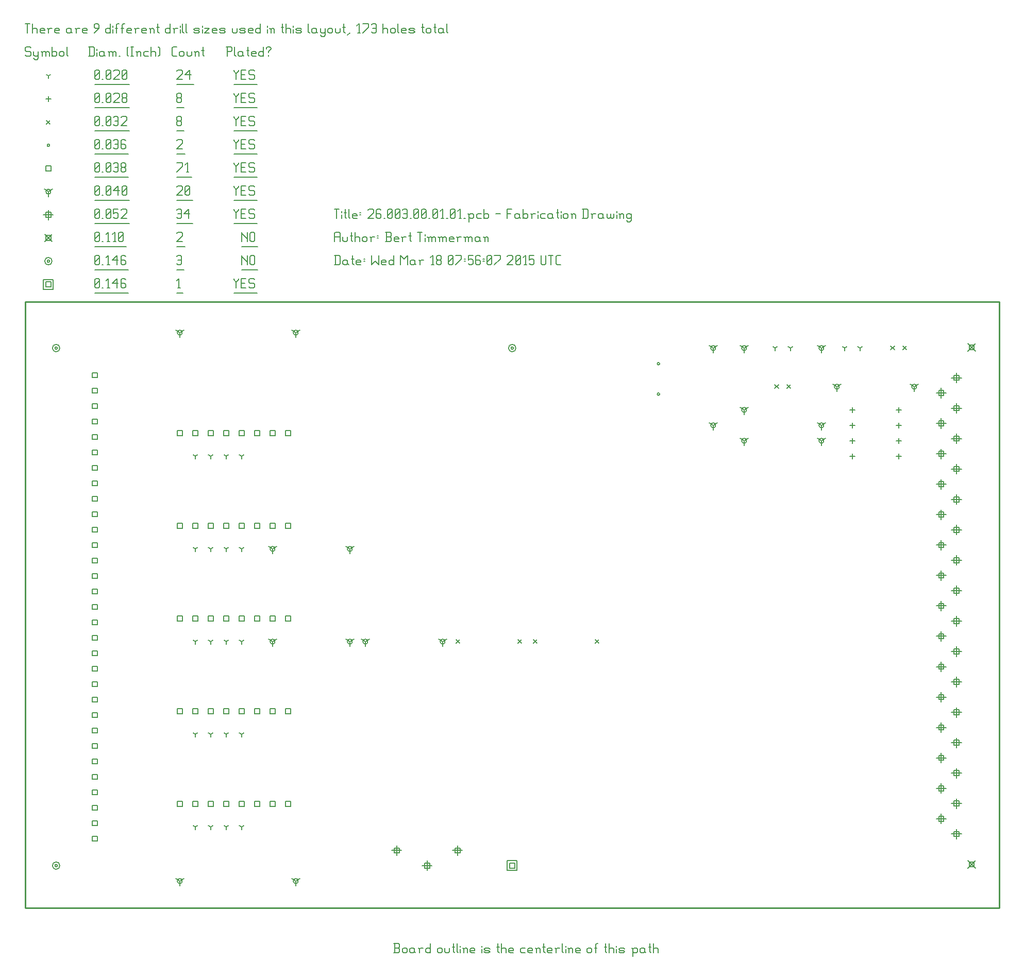
<source format=gbr>
G04 start of page 11 for group -3984 idx -3984 *
G04 Title: 26.003.00.01.01.pcb, fab *
G04 Creator: pcb 20100929 *
G04 CreationDate: Wed Mar 18 07:56:07 2015 UTC *
G04 For: bert *
G04 Format: Gerber/RS-274X *
G04 PCB-Dimensions: 649606 413386 *
G04 PCB-Coordinate-Origin: lower left *
%MOIN*%
%FSLAX25Y25*%
%LNFAB*%
%ADD26C,0.0100*%
%ADD27C,0.0080*%
%ADD34C,0.0060*%
G54D27*X19200Y48386D02*G75*G03X20800Y48386I800J0D01*G01*
G75*G03X19200Y48386I-800J0D01*G01*
X17600D02*G75*G03X22400Y48386I2400J0D01*G01*
G75*G03X17600Y48386I-2400J0D01*G01*
X19200Y383386D02*G75*G03X20800Y383386I800J0D01*G01*
G75*G03X19200Y383386I-800J0D01*G01*
X17600D02*G75*G03X22400Y383386I2400J0D01*G01*
G75*G03X17600Y383386I-2400J0D01*G01*
X313400Y49986D02*X316600D01*
X313400D02*Y46786D01*
X316600D01*
Y49986D02*Y46786D01*
X311800Y51586D02*X318200D01*
X311800D02*Y45186D01*
X318200D01*
Y51586D02*Y45186D01*
X314200Y383386D02*G75*G03X315800Y383386I800J0D01*G01*
G75*G03X314200Y383386I-800J0D01*G01*
X312600D02*G75*G03X317400Y383386I2400J0D01*G01*
G75*G03X312600Y383386I-2400J0D01*G01*
X13400Y426236D02*X16600D01*
X13400D02*Y423036D01*
X16600D01*
Y426236D02*Y423036D01*
X11800Y427836D02*X18200D01*
X11800D02*Y421436D01*
X18200D01*
Y427836D02*Y421436D01*
G54D34*X135000Y428386D02*Y427636D01*
X136500Y426136D01*
X138000Y427636D01*
Y428386D02*Y427636D01*
X136500Y426136D02*Y422386D01*
X139801Y425386D02*X142051D01*
X139801Y422386D02*X142801D01*
X139801Y428386D02*Y422386D01*
Y428386D02*X142801D01*
X147603D02*X148353Y427636D01*
X145353Y428386D02*X147603D01*
X144603Y427636D02*X145353Y428386D01*
X144603Y427636D02*Y426136D01*
X145353Y425386D01*
X147603D01*
X148353Y424636D01*
Y423136D01*
X147603Y422386D02*X148353Y423136D01*
X145353Y422386D02*X147603D01*
X144603Y423136D02*X145353Y422386D01*
X135000Y419135D02*X150154D01*
X98750Y422386D02*X100250D01*
X99500Y428386D02*Y422386D01*
X98000Y426886D02*X99500Y428386D01*
X98000Y419135D02*X102051D01*
X14200Y439636D02*G75*G03X15800Y439636I800J0D01*G01*
G75*G03X14200Y439636I-800J0D01*G01*
X12600D02*G75*G03X17400Y439636I2400J0D01*G01*
G75*G03X12600Y439636I-2400J0D01*G01*
X140000Y443386D02*Y437386D01*
Y443386D02*Y442636D01*
X143750Y438886D01*
Y443386D02*Y437386D01*
X145551Y442636D02*Y438136D01*
Y442636D02*X146301Y443386D01*
X147801D01*
X148551Y442636D01*
Y438136D01*
X147801Y437386D02*X148551Y438136D01*
X146301Y437386D02*X147801D01*
X145551Y438136D02*X146301Y437386D01*
X140000Y434135D02*X150353D01*
X98000Y442636D02*X98750Y443386D01*
X100250D01*
X101000Y442636D01*
Y438136D01*
X100250Y437386D02*X101000Y438136D01*
X98750Y437386D02*X100250D01*
X98000Y438136D02*X98750Y437386D01*
Y440386D02*X101000D01*
X98000Y434135D02*X102801D01*
X45000Y438136D02*X45750Y437386D01*
X45000Y442636D02*Y438136D01*
Y442636D02*X45750Y443386D01*
X47250D01*
X48000Y442636D01*
Y438136D01*
X47250Y437386D02*X48000Y438136D01*
X45750Y437386D02*X47250D01*
X45000Y438886D02*X48000Y441886D01*
X49801Y437386D02*X50551D01*
X53103D02*X54603D01*
X53853Y443386D02*Y437386D01*
X52353Y441886D02*X53853Y443386D01*
X56404Y440386D02*X59404Y443386D01*
X56404Y440386D02*X60154D01*
X59404Y443386D02*Y437386D01*
X64206Y443386D02*X64956Y442636D01*
X62706Y443386D02*X64206D01*
X61956Y442636D02*X62706Y443386D01*
X61956Y442636D02*Y438136D01*
X62706Y437386D01*
X64206Y440386D02*X64956Y439636D01*
X61956Y440386D02*X64206D01*
X62706Y437386D02*X64206D01*
X64956Y438136D01*
Y439636D02*Y438136D01*
X45000Y434135D02*X66757D01*
X45000Y423136D02*X45750Y422386D01*
X45000Y427636D02*Y423136D01*
Y427636D02*X45750Y428386D01*
X47250D01*
X48000Y427636D01*
Y423136D01*
X47250Y422386D02*X48000Y423136D01*
X45750Y422386D02*X47250D01*
X45000Y423886D02*X48000Y426886D01*
X49801Y422386D02*X50551D01*
X53103D02*X54603D01*
X53853Y428386D02*Y422386D01*
X52353Y426886D02*X53853Y428386D01*
X56404Y425386D02*X59404Y428386D01*
X56404Y425386D02*X60154D01*
X59404Y428386D02*Y422386D01*
X64206Y428386D02*X64956Y427636D01*
X62706Y428386D02*X64206D01*
X61956Y427636D02*X62706Y428386D01*
X61956Y427636D02*Y423136D01*
X62706Y422386D01*
X64206Y425386D02*X64956Y424636D01*
X61956Y425386D02*X64206D01*
X62706Y422386D02*X64206D01*
X64956Y423136D01*
Y424636D02*Y423136D01*
X45000Y419135D02*X66757D01*
X609803Y386259D02*X614603Y381459D01*
X609803D02*X614603Y386259D01*
X610603Y385459D02*X613803D01*
X610603D02*Y382259D01*
X613803D01*
Y385459D02*Y382259D01*
X609803Y51613D02*X614603Y46813D01*
X609803D02*X614603Y51613D01*
X610603Y50813D02*X613803D01*
X610603D02*Y47613D01*
X613803D01*
Y50813D02*Y47613D01*
X12600Y457036D02*X17400Y452236D01*
X12600D02*X17400Y457036D01*
X13400Y456236D02*X16600D01*
X13400D02*Y453036D01*
X16600D01*
Y456236D02*Y453036D01*
X140000Y458386D02*Y452386D01*
Y458386D02*Y457636D01*
X143750Y453886D01*
Y458386D02*Y452386D01*
X145551Y457636D02*Y453136D01*
Y457636D02*X146301Y458386D01*
X147801D01*
X148551Y457636D01*
Y453136D01*
X147801Y452386D02*X148551Y453136D01*
X146301Y452386D02*X147801D01*
X145551Y453136D02*X146301Y452386D01*
X140000Y449135D02*X150353D01*
X98000Y457636D02*X98750Y458386D01*
X101000D01*
X101750Y457636D01*
Y456136D01*
X98000Y452386D02*X101750Y456136D01*
X98000Y452386D02*X101750D01*
X98000Y449135D02*X103551D01*
X45000Y453136D02*X45750Y452386D01*
X45000Y457636D02*Y453136D01*
Y457636D02*X45750Y458386D01*
X47250D01*
X48000Y457636D01*
Y453136D01*
X47250Y452386D02*X48000Y453136D01*
X45750Y452386D02*X47250D01*
X45000Y453886D02*X48000Y456886D01*
X49801Y452386D02*X50551D01*
X53103D02*X54603D01*
X53853Y458386D02*Y452386D01*
X52353Y456886D02*X53853Y458386D01*
X57154Y452386D02*X58654D01*
X57904Y458386D02*Y452386D01*
X56404Y456886D02*X57904Y458386D01*
X60456Y453136D02*X61206Y452386D01*
X60456Y457636D02*Y453136D01*
Y457636D02*X61206Y458386D01*
X62706D01*
X63456Y457636D01*
Y453136D01*
X62706Y452386D02*X63456Y453136D01*
X61206Y452386D02*X62706D01*
X60456Y453886D02*X63456Y456886D01*
X45000Y449135D02*X65257D01*
X602360Y367374D02*Y360974D01*
X599160Y364174D02*X605560D01*
X600760Y365774D02*X603960D01*
X600760D02*Y362574D01*
X603960D01*
Y365774D02*Y362574D01*
X592518Y357532D02*Y351132D01*
X589318Y354332D02*X595718D01*
X590918Y355932D02*X594118D01*
X590918D02*Y352732D01*
X594118D01*
Y355932D02*Y352732D01*
X602360Y347689D02*Y341289D01*
X599160Y344489D02*X605560D01*
X600760Y346089D02*X603960D01*
X600760D02*Y342889D01*
X603960D01*
Y346089D02*Y342889D01*
X592518Y337847D02*Y331447D01*
X589318Y334647D02*X595718D01*
X590918Y336247D02*X594118D01*
X590918D02*Y333047D01*
X594118D01*
Y336247D02*Y333047D01*
X602360Y328004D02*Y321604D01*
X599160Y324804D02*X605560D01*
X600760Y326404D02*X603960D01*
X600760D02*Y323204D01*
X603960D01*
Y326404D02*Y323204D01*
X592518Y318161D02*Y311761D01*
X589318Y314961D02*X595718D01*
X590918Y316561D02*X594118D01*
X590918D02*Y313361D01*
X594118D01*
Y316561D02*Y313361D01*
X602360Y308319D02*Y301919D01*
X599160Y305119D02*X605560D01*
X600760Y306719D02*X603960D01*
X600760D02*Y303519D01*
X603960D01*
Y306719D02*Y303519D01*
X592518Y298476D02*Y292076D01*
X589318Y295276D02*X595718D01*
X590918Y296876D02*X594118D01*
X590918D02*Y293676D01*
X594118D01*
Y296876D02*Y293676D01*
X602360Y288634D02*Y282234D01*
X599160Y285434D02*X605560D01*
X600760Y287034D02*X603960D01*
X600760D02*Y283834D01*
X603960D01*
Y287034D02*Y283834D01*
X592518Y278791D02*Y272391D01*
X589318Y275591D02*X595718D01*
X590918Y277191D02*X594118D01*
X590918D02*Y273991D01*
X594118D01*
Y277191D02*Y273991D01*
X602360Y268949D02*Y262549D01*
X599160Y265749D02*X605560D01*
X600760Y267349D02*X603960D01*
X600760D02*Y264149D01*
X603960D01*
Y267349D02*Y264149D01*
X592518Y259106D02*Y252706D01*
X589318Y255906D02*X595718D01*
X590918Y257506D02*X594118D01*
X590918D02*Y254306D01*
X594118D01*
Y257506D02*Y254306D01*
X602360Y249264D02*Y242864D01*
X599160Y246064D02*X605560D01*
X600760Y247664D02*X603960D01*
X600760D02*Y244464D01*
X603960D01*
Y247664D02*Y244464D01*
X592518Y239421D02*Y233021D01*
X589318Y236221D02*X595718D01*
X590918Y237821D02*X594118D01*
X590918D02*Y234621D01*
X594118D01*
Y237821D02*Y234621D01*
X602360Y229579D02*Y223179D01*
X599160Y226379D02*X605560D01*
X600760Y227979D02*X603960D01*
X600760D02*Y224779D01*
X603960D01*
Y227979D02*Y224779D01*
X592518Y219737D02*Y213337D01*
X589318Y216537D02*X595718D01*
X590918Y218137D02*X594118D01*
X590918D02*Y214937D01*
X594118D01*
Y218137D02*Y214937D01*
X592518Y200052D02*Y193652D01*
X589318Y196852D02*X595718D01*
X590918Y198452D02*X594118D01*
X590918D02*Y195252D01*
X594118D01*
Y198452D02*Y195252D01*
X602360Y209894D02*Y203494D01*
X599160Y206694D02*X605560D01*
X600760Y208294D02*X603960D01*
X600760D02*Y205094D01*
X603960D01*
Y208294D02*Y205094D01*
X602360Y190209D02*Y183809D01*
X599160Y187009D02*X605560D01*
X600760Y188609D02*X603960D01*
X600760D02*Y185409D01*
X603960D01*
Y188609D02*Y185409D01*
X592518Y180367D02*Y173967D01*
X589318Y177167D02*X595718D01*
X590918Y178767D02*X594118D01*
X590918D02*Y175567D01*
X594118D01*
Y178767D02*Y175567D01*
X602360Y170524D02*Y164124D01*
X599160Y167324D02*X605560D01*
X600760Y168924D02*X603960D01*
X600760D02*Y165724D01*
X603960D01*
Y168924D02*Y165724D01*
X592518Y160681D02*Y154281D01*
X589318Y157481D02*X595718D01*
X590918Y159081D02*X594118D01*
X590918D02*Y155881D01*
X594118D01*
Y159081D02*Y155881D01*
X602360Y150839D02*Y144439D01*
X599160Y147639D02*X605560D01*
X600760Y149239D02*X603960D01*
X600760D02*Y146039D01*
X603960D01*
Y149239D02*Y146039D01*
X592518Y140996D02*Y134596D01*
X589318Y137796D02*X595718D01*
X590918Y139396D02*X594118D01*
X590918D02*Y136196D01*
X594118D01*
Y139396D02*Y136196D01*
X602360Y131154D02*Y124754D01*
X599160Y127954D02*X605560D01*
X600760Y129554D02*X603960D01*
X600760D02*Y126354D01*
X603960D01*
Y129554D02*Y126354D01*
X592518Y121311D02*Y114911D01*
X589318Y118111D02*X595718D01*
X590918Y119711D02*X594118D01*
X590918D02*Y116511D01*
X594118D01*
Y119711D02*Y116511D01*
X602360Y111469D02*Y105069D01*
X599160Y108269D02*X605560D01*
X600760Y109869D02*X603960D01*
X600760D02*Y106669D01*
X603960D01*
Y109869D02*Y106669D01*
X592518Y101626D02*Y95226D01*
X589318Y98426D02*X595718D01*
X590918Y100026D02*X594118D01*
X590918D02*Y96826D01*
X594118D01*
Y100026D02*Y96826D01*
X602360Y91784D02*Y85384D01*
X599160Y88584D02*X605560D01*
X600760Y90184D02*X603960D01*
X600760D02*Y86984D01*
X603960D01*
Y90184D02*Y86984D01*
X592518Y81941D02*Y75541D01*
X589318Y78741D02*X595718D01*
X590918Y80341D02*X594118D01*
X590918D02*Y77141D01*
X594118D01*
Y80341D02*Y77141D01*
X602360Y72099D02*Y65699D01*
X599160Y68899D02*X605560D01*
X600760Y70499D02*X603960D01*
X600760D02*Y67299D01*
X603960D01*
Y70499D02*Y67299D01*
X279685Y61428D02*Y55028D01*
X276485Y58228D02*X282885D01*
X278085Y59828D02*X281285D01*
X278085D02*Y56628D01*
X281285D01*
Y59828D02*Y56628D01*
X260000Y51586D02*Y45186D01*
X256800Y48386D02*X263200D01*
X258400Y49986D02*X261600D01*
X258400D02*Y46786D01*
X261600D01*
Y49986D02*Y46786D01*
X240315Y61428D02*Y55028D01*
X237115Y58228D02*X243515D01*
X238715Y59828D02*X241915D01*
X238715D02*Y56628D01*
X241915D01*
Y59828D02*Y56628D01*
X15000Y472836D02*Y466436D01*
X11800Y469636D02*X18200D01*
X13400Y471236D02*X16600D01*
X13400D02*Y468036D01*
X16600D01*
Y471236D02*Y468036D01*
X135000Y473386D02*Y472636D01*
X136500Y471136D01*
X138000Y472636D01*
Y473386D02*Y472636D01*
X136500Y471136D02*Y467386D01*
X139801Y470386D02*X142051D01*
X139801Y467386D02*X142801D01*
X139801Y473386D02*Y467386D01*
Y473386D02*X142801D01*
X147603D02*X148353Y472636D01*
X145353Y473386D02*X147603D01*
X144603Y472636D02*X145353Y473386D01*
X144603Y472636D02*Y471136D01*
X145353Y470386D01*
X147603D01*
X148353Y469636D01*
Y468136D01*
X147603Y467386D02*X148353Y468136D01*
X145353Y467386D02*X147603D01*
X144603Y468136D02*X145353Y467386D01*
X135000Y464135D02*X150154D01*
X98000Y472636D02*X98750Y473386D01*
X100250D01*
X101000Y472636D01*
Y468136D01*
X100250Y467386D02*X101000Y468136D01*
X98750Y467386D02*X100250D01*
X98000Y468136D02*X98750Y467386D01*
Y470386D02*X101000D01*
X102801D02*X105801Y473386D01*
X102801Y470386D02*X106551D01*
X105801Y473386D02*Y467386D01*
X98000Y464135D02*X108353D01*
X45000Y468136D02*X45750Y467386D01*
X45000Y472636D02*Y468136D01*
Y472636D02*X45750Y473386D01*
X47250D01*
X48000Y472636D01*
Y468136D01*
X47250Y467386D02*X48000Y468136D01*
X45750Y467386D02*X47250D01*
X45000Y468886D02*X48000Y471886D01*
X49801Y467386D02*X50551D01*
X52353Y468136D02*X53103Y467386D01*
X52353Y472636D02*Y468136D01*
Y472636D02*X53103Y473386D01*
X54603D01*
X55353Y472636D01*
Y468136D01*
X54603Y467386D02*X55353Y468136D01*
X53103Y467386D02*X54603D01*
X52353Y468886D02*X55353Y471886D01*
X57154Y473386D02*X60154D01*
X57154D02*Y470386D01*
X57904Y471136D01*
X59404D01*
X60154Y470386D01*
Y468136D01*
X59404Y467386D02*X60154Y468136D01*
X57904Y467386D02*X59404D01*
X57154Y468136D02*X57904Y467386D01*
X61956Y472636D02*X62706Y473386D01*
X64956D01*
X65706Y472636D01*
Y471136D01*
X61956Y467386D02*X65706Y471136D01*
X61956Y467386D02*X65706D01*
X45000Y464135D02*X67507D01*
X175000Y38386D02*Y35186D01*
Y38386D02*X177773Y39986D01*
X175000Y38386D02*X172227Y39986D01*
X173400Y38386D02*G75*G03X176600Y38386I1600J0D01*G01*
G75*G03X173400Y38386I-1600J0D01*G01*
X160000Y253386D02*Y250186D01*
Y253386D02*X162773Y254986D01*
X160000Y253386D02*X157227Y254986D01*
X158400Y253386D02*G75*G03X161600Y253386I1600J0D01*G01*
G75*G03X158400Y253386I-1600J0D01*G01*
X210000D02*Y250186D01*
Y253386D02*X212773Y254986D01*
X210000Y253386D02*X207227Y254986D01*
X208400Y253386D02*G75*G03X211600Y253386I1600J0D01*G01*
G75*G03X208400Y253386I-1600J0D01*G01*
X160000Y193386D02*Y190186D01*
Y193386D02*X162773Y194986D01*
X160000Y193386D02*X157227Y194986D01*
X158400Y193386D02*G75*G03X161600Y193386I1600J0D01*G01*
G75*G03X158400Y193386I-1600J0D01*G01*
X210000D02*Y190186D01*
Y193386D02*X212773Y194986D01*
X210000Y193386D02*X207227Y194986D01*
X208400Y193386D02*G75*G03X211600Y193386I1600J0D01*G01*
G75*G03X208400Y193386I-1600J0D01*G01*
X465000Y323386D02*Y320186D01*
Y323386D02*X467773Y324986D01*
X465000Y323386D02*X462227Y324986D01*
X463400Y323386D02*G75*G03X466600Y323386I1600J0D01*G01*
G75*G03X463400Y323386I-1600J0D01*G01*
X515000D02*Y320186D01*
Y323386D02*X517773Y324986D01*
X515000Y323386D02*X512227Y324986D01*
X513400Y323386D02*G75*G03X516600Y323386I1600J0D01*G01*
G75*G03X513400Y323386I-1600J0D01*G01*
X525000Y358386D02*Y355186D01*
Y358386D02*X527773Y359986D01*
X525000Y358386D02*X522227Y359986D01*
X523400Y358386D02*G75*G03X526600Y358386I1600J0D01*G01*
G75*G03X523400Y358386I-1600J0D01*G01*
X575000D02*Y355186D01*
Y358386D02*X577773Y359986D01*
X575000Y358386D02*X572227Y359986D01*
X573400Y358386D02*G75*G03X576600Y358386I1600J0D01*G01*
G75*G03X573400Y358386I-1600J0D01*G01*
X515000Y383386D02*Y380186D01*
Y383386D02*X517773Y384986D01*
X515000Y383386D02*X512227Y384986D01*
X513400Y383386D02*G75*G03X516600Y383386I1600J0D01*G01*
G75*G03X513400Y383386I-1600J0D01*G01*
X515000Y333386D02*Y330186D01*
Y333386D02*X517773Y334986D01*
X515000Y333386D02*X512227Y334986D01*
X513400Y333386D02*G75*G03X516600Y333386I1600J0D01*G01*
G75*G03X513400Y333386I-1600J0D01*G01*
X100000Y38386D02*Y35186D01*
Y38386D02*X102773Y39986D01*
X100000Y38386D02*X97227Y39986D01*
X98400Y38386D02*G75*G03X101600Y38386I1600J0D01*G01*
G75*G03X98400Y38386I-1600J0D01*G01*
X175000Y393386D02*Y390186D01*
Y393386D02*X177773Y394986D01*
X175000Y393386D02*X172227Y394986D01*
X173400Y393386D02*G75*G03X176600Y393386I1600J0D01*G01*
G75*G03X173400Y393386I-1600J0D01*G01*
X100000D02*Y390186D01*
Y393386D02*X102773Y394986D01*
X100000Y393386D02*X97227Y394986D01*
X98400Y393386D02*G75*G03X101600Y393386I1600J0D01*G01*
G75*G03X98400Y393386I-1600J0D01*G01*
X270000Y193386D02*Y190186D01*
Y193386D02*X272773Y194986D01*
X270000Y193386D02*X267227Y194986D01*
X268400Y193386D02*G75*G03X271600Y193386I1600J0D01*G01*
G75*G03X268400Y193386I-1600J0D01*G01*
X220000D02*Y190186D01*
Y193386D02*X222773Y194986D01*
X220000Y193386D02*X217227Y194986D01*
X218400Y193386D02*G75*G03X221600Y193386I1600J0D01*G01*
G75*G03X218400Y193386I-1600J0D01*G01*
X465000Y383386D02*Y380186D01*
Y383386D02*X467773Y384986D01*
X465000Y383386D02*X462227Y384986D01*
X463400Y383386D02*G75*G03X466600Y383386I1600J0D01*G01*
G75*G03X463400Y383386I-1600J0D01*G01*
X465000Y343386D02*Y340186D01*
Y343386D02*X467773Y344986D01*
X465000Y343386D02*X462227Y344986D01*
X463400Y343386D02*G75*G03X466600Y343386I1600J0D01*G01*
G75*G03X463400Y343386I-1600J0D01*G01*
X445000Y383386D02*Y380186D01*
Y383386D02*X447773Y384986D01*
X445000Y383386D02*X442227Y384986D01*
X443400Y383386D02*G75*G03X446600Y383386I1600J0D01*G01*
G75*G03X443400Y383386I-1600J0D01*G01*
X445000Y333386D02*Y330186D01*
Y333386D02*X447773Y334986D01*
X445000Y333386D02*X442227Y334986D01*
X443400Y333386D02*G75*G03X446600Y333386I1600J0D01*G01*
G75*G03X443400Y333386I-1600J0D01*G01*
X15000Y484636D02*Y481436D01*
Y484636D02*X17773Y486236D01*
X15000Y484636D02*X12227Y486236D01*
X13400Y484636D02*G75*G03X16600Y484636I1600J0D01*G01*
G75*G03X13400Y484636I-1600J0D01*G01*
X135000Y488386D02*Y487636D01*
X136500Y486136D01*
X138000Y487636D01*
Y488386D02*Y487636D01*
X136500Y486136D02*Y482386D01*
X139801Y485386D02*X142051D01*
X139801Y482386D02*X142801D01*
X139801Y488386D02*Y482386D01*
Y488386D02*X142801D01*
X147603D02*X148353Y487636D01*
X145353Y488386D02*X147603D01*
X144603Y487636D02*X145353Y488386D01*
X144603Y487636D02*Y486136D01*
X145353Y485386D01*
X147603D01*
X148353Y484636D01*
Y483136D01*
X147603Y482386D02*X148353Y483136D01*
X145353Y482386D02*X147603D01*
X144603Y483136D02*X145353Y482386D01*
X135000Y479135D02*X150154D01*
X98000Y487636D02*X98750Y488386D01*
X101000D01*
X101750Y487636D01*
Y486136D01*
X98000Y482386D02*X101750Y486136D01*
X98000Y482386D02*X101750D01*
X103551Y483136D02*X104301Y482386D01*
X103551Y487636D02*Y483136D01*
Y487636D02*X104301Y488386D01*
X105801D01*
X106551Y487636D01*
Y483136D01*
X105801Y482386D02*X106551Y483136D01*
X104301Y482386D02*X105801D01*
X103551Y483886D02*X106551Y486886D01*
X98000Y479135D02*X108353D01*
X45000Y483136D02*X45750Y482386D01*
X45000Y487636D02*Y483136D01*
Y487636D02*X45750Y488386D01*
X47250D01*
X48000Y487636D01*
Y483136D01*
X47250Y482386D02*X48000Y483136D01*
X45750Y482386D02*X47250D01*
X45000Y483886D02*X48000Y486886D01*
X49801Y482386D02*X50551D01*
X52353Y483136D02*X53103Y482386D01*
X52353Y487636D02*Y483136D01*
Y487636D02*X53103Y488386D01*
X54603D01*
X55353Y487636D01*
Y483136D01*
X54603Y482386D02*X55353Y483136D01*
X53103Y482386D02*X54603D01*
X52353Y483886D02*X55353Y486886D01*
X57154Y485386D02*X60154Y488386D01*
X57154Y485386D02*X60904D01*
X60154Y488386D02*Y482386D01*
X62706Y483136D02*X63456Y482386D01*
X62706Y487636D02*Y483136D01*
Y487636D02*X63456Y488386D01*
X64956D01*
X65706Y487636D01*
Y483136D01*
X64956Y482386D02*X65706Y483136D01*
X63456Y482386D02*X64956D01*
X62706Y483886D02*X65706Y486886D01*
X45000Y479135D02*X67507D01*
X98400Y89986D02*X101600D01*
X98400D02*Y86786D01*
X101600D01*
Y89986D02*Y86786D01*
X108400Y89986D02*X111600D01*
X108400D02*Y86786D01*
X111600D01*
Y89986D02*Y86786D01*
X118400Y89986D02*X121600D01*
X118400D02*Y86786D01*
X121600D01*
Y89986D02*Y86786D01*
X128400Y89986D02*X131600D01*
X128400D02*Y86786D01*
X131600D01*
Y89986D02*Y86786D01*
X138400Y89986D02*X141600D01*
X138400D02*Y86786D01*
X141600D01*
Y89986D02*Y86786D01*
X148400Y89986D02*X151600D01*
X148400D02*Y86786D01*
X151600D01*
Y89986D02*Y86786D01*
X158400Y89986D02*X161600D01*
X158400D02*Y86786D01*
X161600D01*
Y89986D02*Y86786D01*
X168400Y89986D02*X171600D01*
X168400D02*Y86786D01*
X171600D01*
Y89986D02*Y86786D01*
X98400Y149986D02*X101600D01*
X98400D02*Y146786D01*
X101600D01*
Y149986D02*Y146786D01*
X108400Y149986D02*X111600D01*
X108400D02*Y146786D01*
X111600D01*
Y149986D02*Y146786D01*
X118400Y149986D02*X121600D01*
X118400D02*Y146786D01*
X121600D01*
Y149986D02*Y146786D01*
X128400Y149986D02*X131600D01*
X128400D02*Y146786D01*
X131600D01*
Y149986D02*Y146786D01*
X138400Y149986D02*X141600D01*
X138400D02*Y146786D01*
X141600D01*
Y149986D02*Y146786D01*
X148400Y149986D02*X151600D01*
X148400D02*Y146786D01*
X151600D01*
Y149986D02*Y146786D01*
X158400Y149986D02*X161600D01*
X158400D02*Y146786D01*
X161600D01*
Y149986D02*Y146786D01*
X168400Y149986D02*X171600D01*
X168400D02*Y146786D01*
X171600D01*
Y149986D02*Y146786D01*
X98400Y209986D02*X101600D01*
X98400D02*Y206786D01*
X101600D01*
Y209986D02*Y206786D01*
X108400Y209986D02*X111600D01*
X108400D02*Y206786D01*
X111600D01*
Y209986D02*Y206786D01*
X118400Y209986D02*X121600D01*
X118400D02*Y206786D01*
X121600D01*
Y209986D02*Y206786D01*
X128400Y209986D02*X131600D01*
X128400D02*Y206786D01*
X131600D01*
Y209986D02*Y206786D01*
X138400Y209986D02*X141600D01*
X138400D02*Y206786D01*
X141600D01*
Y209986D02*Y206786D01*
X148400Y209986D02*X151600D01*
X148400D02*Y206786D01*
X151600D01*
Y209986D02*Y206786D01*
X158400Y209986D02*X161600D01*
X158400D02*Y206786D01*
X161600D01*
Y209986D02*Y206786D01*
X168400Y209986D02*X171600D01*
X168400D02*Y206786D01*
X171600D01*
Y209986D02*Y206786D01*
X98400Y269986D02*X101600D01*
X98400D02*Y266786D01*
X101600D01*
Y269986D02*Y266786D01*
X108400Y269986D02*X111600D01*
X108400D02*Y266786D01*
X111600D01*
Y269986D02*Y266786D01*
X118400Y269986D02*X121600D01*
X118400D02*Y266786D01*
X121600D01*
Y269986D02*Y266786D01*
X128400Y269986D02*X131600D01*
X128400D02*Y266786D01*
X131600D01*
Y269986D02*Y266786D01*
X138400Y269986D02*X141600D01*
X138400D02*Y266786D01*
X141600D01*
Y269986D02*Y266786D01*
X148400Y269986D02*X151600D01*
X148400D02*Y266786D01*
X151600D01*
Y269986D02*Y266786D01*
X158400Y269986D02*X161600D01*
X158400D02*Y266786D01*
X161600D01*
Y269986D02*Y266786D01*
X168400Y269986D02*X171600D01*
X168400D02*Y266786D01*
X171600D01*
Y269986D02*Y266786D01*
X98400Y329986D02*X101600D01*
X98400D02*Y326786D01*
X101600D01*
Y329986D02*Y326786D01*
X108400Y329986D02*X111600D01*
X108400D02*Y326786D01*
X111600D01*
Y329986D02*Y326786D01*
X118400Y329986D02*X121600D01*
X118400D02*Y326786D01*
X121600D01*
Y329986D02*Y326786D01*
X128400Y329986D02*X131600D01*
X128400D02*Y326786D01*
X131600D01*
Y329986D02*Y326786D01*
X138400Y329986D02*X141600D01*
X138400D02*Y326786D01*
X141600D01*
Y329986D02*Y326786D01*
X148400Y329986D02*X151600D01*
X148400D02*Y326786D01*
X151600D01*
Y329986D02*Y326786D01*
X158400Y329986D02*X161600D01*
X158400D02*Y326786D01*
X161600D01*
Y329986D02*Y326786D01*
X168400Y329986D02*X171600D01*
X168400D02*Y326786D01*
X171600D01*
Y329986D02*Y326786D01*
X43400Y367486D02*X46600D01*
X43400D02*Y364286D01*
X46600D01*
Y367486D02*Y364286D01*
X43400Y357486D02*X46600D01*
X43400D02*Y354286D01*
X46600D01*
Y357486D02*Y354286D01*
X43400Y347486D02*X46600D01*
X43400D02*Y344286D01*
X46600D01*
Y347486D02*Y344286D01*
X43400Y337486D02*X46600D01*
X43400D02*Y334286D01*
X46600D01*
Y337486D02*Y334286D01*
X43400Y327486D02*X46600D01*
X43400D02*Y324286D01*
X46600D01*
Y327486D02*Y324286D01*
X43400Y317486D02*X46600D01*
X43400D02*Y314286D01*
X46600D01*
Y317486D02*Y314286D01*
X43400Y307486D02*X46600D01*
X43400D02*Y304286D01*
X46600D01*
Y307486D02*Y304286D01*
X43400Y297486D02*X46600D01*
X43400D02*Y294286D01*
X46600D01*
Y297486D02*Y294286D01*
X43400Y287486D02*X46600D01*
X43400D02*Y284286D01*
X46600D01*
Y287486D02*Y284286D01*
X43400Y277486D02*X46600D01*
X43400D02*Y274286D01*
X46600D01*
Y277486D02*Y274286D01*
X43400Y267486D02*X46600D01*
X43400D02*Y264286D01*
X46600D01*
Y267486D02*Y264286D01*
X43400Y257486D02*X46600D01*
X43400D02*Y254286D01*
X46600D01*
Y257486D02*Y254286D01*
X43400Y247486D02*X46600D01*
X43400D02*Y244286D01*
X46600D01*
Y247486D02*Y244286D01*
X43400Y237486D02*X46600D01*
X43400D02*Y234286D01*
X46600D01*
Y237486D02*Y234286D01*
X43400Y227486D02*X46600D01*
X43400D02*Y224286D01*
X46600D01*
Y227486D02*Y224286D01*
X43400Y217486D02*X46600D01*
X43400D02*Y214286D01*
X46600D01*
Y217486D02*Y214286D01*
X43400Y207486D02*X46600D01*
X43400D02*Y204286D01*
X46600D01*
Y207486D02*Y204286D01*
X43400Y197486D02*X46600D01*
X43400D02*Y194286D01*
X46600D01*
Y197486D02*Y194286D01*
X43400Y187486D02*X46600D01*
X43400D02*Y184286D01*
X46600D01*
Y187486D02*Y184286D01*
X43400Y177486D02*X46600D01*
X43400D02*Y174286D01*
X46600D01*
Y177486D02*Y174286D01*
X43400Y167486D02*X46600D01*
X43400D02*Y164286D01*
X46600D01*
Y167486D02*Y164286D01*
X43400Y157486D02*X46600D01*
X43400D02*Y154286D01*
X46600D01*
Y157486D02*Y154286D01*
X43400Y147486D02*X46600D01*
X43400D02*Y144286D01*
X46600D01*
Y147486D02*Y144286D01*
X43400Y137486D02*X46600D01*
X43400D02*Y134286D01*
X46600D01*
Y137486D02*Y134286D01*
X43400Y127486D02*X46600D01*
X43400D02*Y124286D01*
X46600D01*
Y127486D02*Y124286D01*
X43400Y117486D02*X46600D01*
X43400D02*Y114286D01*
X46600D01*
Y117486D02*Y114286D01*
X43400Y107486D02*X46600D01*
X43400D02*Y104286D01*
X46600D01*
Y107486D02*Y104286D01*
X43400Y97486D02*X46600D01*
X43400D02*Y94286D01*
X46600D01*
Y97486D02*Y94286D01*
X43400Y87486D02*X46600D01*
X43400D02*Y84286D01*
X46600D01*
Y87486D02*Y84286D01*
X43400Y77486D02*X46600D01*
X43400D02*Y74286D01*
X46600D01*
Y77486D02*Y74286D01*
X43400Y67486D02*X46600D01*
X43400D02*Y64286D01*
X46600D01*
Y67486D02*Y64286D01*
X13400Y501236D02*X16600D01*
X13400D02*Y498036D01*
X16600D01*
Y501236D02*Y498036D01*
X135000Y503386D02*Y502636D01*
X136500Y501136D01*
X138000Y502636D01*
Y503386D02*Y502636D01*
X136500Y501136D02*Y497386D01*
X139801Y500386D02*X142051D01*
X139801Y497386D02*X142801D01*
X139801Y503386D02*Y497386D01*
Y503386D02*X142801D01*
X147603D02*X148353Y502636D01*
X145353Y503386D02*X147603D01*
X144603Y502636D02*X145353Y503386D01*
X144603Y502636D02*Y501136D01*
X145353Y500386D01*
X147603D01*
X148353Y499636D01*
Y498136D01*
X147603Y497386D02*X148353Y498136D01*
X145353Y497386D02*X147603D01*
X144603Y498136D02*X145353Y497386D01*
X135000Y494135D02*X150154D01*
X98000Y497386D02*X101750Y501136D01*
Y503386D02*Y501136D01*
X98000Y503386D02*X101750D01*
X104301Y497386D02*X105801D01*
X105051Y503386D02*Y497386D01*
X103551Y501886D02*X105051Y503386D01*
X98000Y494135D02*X107603D01*
X45000Y498136D02*X45750Y497386D01*
X45000Y502636D02*Y498136D01*
Y502636D02*X45750Y503386D01*
X47250D01*
X48000Y502636D01*
Y498136D01*
X47250Y497386D02*X48000Y498136D01*
X45750Y497386D02*X47250D01*
X45000Y498886D02*X48000Y501886D01*
X49801Y497386D02*X50551D01*
X52353Y498136D02*X53103Y497386D01*
X52353Y502636D02*Y498136D01*
Y502636D02*X53103Y503386D01*
X54603D01*
X55353Y502636D01*
Y498136D01*
X54603Y497386D02*X55353Y498136D01*
X53103Y497386D02*X54603D01*
X52353Y498886D02*X55353Y501886D01*
X57154Y502636D02*X57904Y503386D01*
X59404D01*
X60154Y502636D01*
Y498136D01*
X59404Y497386D02*X60154Y498136D01*
X57904Y497386D02*X59404D01*
X57154Y498136D02*X57904Y497386D01*
Y500386D02*X60154D01*
X61956Y498136D02*X62706Y497386D01*
X61956Y499636D02*Y498136D01*
Y499636D02*X62706Y500386D01*
X64206D01*
X64956Y499636D01*
Y498136D01*
X64206Y497386D02*X64956Y498136D01*
X62706Y497386D02*X64206D01*
X61956Y501136D02*X62706Y500386D01*
X61956Y502636D02*Y501136D01*
Y502636D02*X62706Y503386D01*
X64206D01*
X64956Y502636D01*
Y501136D01*
X64206Y500386D02*X64956Y501136D01*
X45000Y494135D02*X66757D01*
X408806Y353544D02*G75*G03X410406Y353544I800J0D01*G01*
G75*G03X408806Y353544I-800J0D01*G01*
Y373229D02*G75*G03X410406Y373229I800J0D01*G01*
G75*G03X408806Y373229I-800J0D01*G01*
X14200Y514636D02*G75*G03X15800Y514636I800J0D01*G01*
G75*G03X14200Y514636I-800J0D01*G01*
X135000Y518386D02*Y517636D01*
X136500Y516136D01*
X138000Y517636D01*
Y518386D02*Y517636D01*
X136500Y516136D02*Y512386D01*
X139801Y515386D02*X142051D01*
X139801Y512386D02*X142801D01*
X139801Y518386D02*Y512386D01*
Y518386D02*X142801D01*
X147603D02*X148353Y517636D01*
X145353Y518386D02*X147603D01*
X144603Y517636D02*X145353Y518386D01*
X144603Y517636D02*Y516136D01*
X145353Y515386D01*
X147603D01*
X148353Y514636D01*
Y513136D01*
X147603Y512386D02*X148353Y513136D01*
X145353Y512386D02*X147603D01*
X144603Y513136D02*X145353Y512386D01*
X135000Y509135D02*X150154D01*
X98000Y517636D02*X98750Y518386D01*
X101000D01*
X101750Y517636D01*
Y516136D01*
X98000Y512386D02*X101750Y516136D01*
X98000Y512386D02*X101750D01*
X98000Y509135D02*X103551D01*
X45000Y513136D02*X45750Y512386D01*
X45000Y517636D02*Y513136D01*
Y517636D02*X45750Y518386D01*
X47250D01*
X48000Y517636D01*
Y513136D01*
X47250Y512386D02*X48000Y513136D01*
X45750Y512386D02*X47250D01*
X45000Y513886D02*X48000Y516886D01*
X49801Y512386D02*X50551D01*
X52353Y513136D02*X53103Y512386D01*
X52353Y517636D02*Y513136D01*
Y517636D02*X53103Y518386D01*
X54603D01*
X55353Y517636D01*
Y513136D01*
X54603Y512386D02*X55353Y513136D01*
X53103Y512386D02*X54603D01*
X52353Y513886D02*X55353Y516886D01*
X57154Y517636D02*X57904Y518386D01*
X59404D01*
X60154Y517636D01*
Y513136D01*
X59404Y512386D02*X60154Y513136D01*
X57904Y512386D02*X59404D01*
X57154Y513136D02*X57904Y512386D01*
Y515386D02*X60154D01*
X64206Y518386D02*X64956Y517636D01*
X62706Y518386D02*X64206D01*
X61956Y517636D02*X62706Y518386D01*
X61956Y517636D02*Y513136D01*
X62706Y512386D01*
X64206Y515386D02*X64956Y514636D01*
X61956Y515386D02*X64206D01*
X62706Y512386D02*X64206D01*
X64956Y513136D01*
Y514636D02*Y513136D01*
X45000Y509135D02*X66757D01*
X278800Y194586D02*X281200Y192186D01*
X278800D02*X281200Y194586D01*
X318800D02*X321200Y192186D01*
X318800D02*X321200Y194586D01*
X328800D02*X331200Y192186D01*
X328800D02*X331200Y194586D01*
X368800D02*X371200Y192186D01*
X368800D02*X371200Y194586D01*
X567737Y384586D02*X570137Y382186D01*
X567737D02*X570137Y384586D01*
X559863D02*X562263Y382186D01*
X559863D02*X562263Y384586D01*
X492737Y359586D02*X495137Y357186D01*
X492737D02*X495137Y359586D01*
X484863D02*X487263Y357186D01*
X484863D02*X487263Y359586D01*
X13800Y530836D02*X16200Y528436D01*
X13800D02*X16200Y530836D01*
X135000Y533386D02*Y532636D01*
X136500Y531136D01*
X138000Y532636D01*
Y533386D02*Y532636D01*
X136500Y531136D02*Y527386D01*
X139801Y530386D02*X142051D01*
X139801Y527386D02*X142801D01*
X139801Y533386D02*Y527386D01*
Y533386D02*X142801D01*
X147603D02*X148353Y532636D01*
X145353Y533386D02*X147603D01*
X144603Y532636D02*X145353Y533386D01*
X144603Y532636D02*Y531136D01*
X145353Y530386D01*
X147603D01*
X148353Y529636D01*
Y528136D01*
X147603Y527386D02*X148353Y528136D01*
X145353Y527386D02*X147603D01*
X144603Y528136D02*X145353Y527386D01*
X135000Y524135D02*X150154D01*
X98000Y528136D02*X98750Y527386D01*
X98000Y529636D02*Y528136D01*
Y529636D02*X98750Y530386D01*
X100250D01*
X101000Y529636D01*
Y528136D01*
X100250Y527386D02*X101000Y528136D01*
X98750Y527386D02*X100250D01*
X98000Y531136D02*X98750Y530386D01*
X98000Y532636D02*Y531136D01*
Y532636D02*X98750Y533386D01*
X100250D01*
X101000Y532636D01*
Y531136D01*
X100250Y530386D02*X101000Y531136D01*
X98000Y524135D02*X102801D01*
X45000Y528136D02*X45750Y527386D01*
X45000Y532636D02*Y528136D01*
Y532636D02*X45750Y533386D01*
X47250D01*
X48000Y532636D01*
Y528136D01*
X47250Y527386D02*X48000Y528136D01*
X45750Y527386D02*X47250D01*
X45000Y528886D02*X48000Y531886D01*
X49801Y527386D02*X50551D01*
X52353Y528136D02*X53103Y527386D01*
X52353Y532636D02*Y528136D01*
Y532636D02*X53103Y533386D01*
X54603D01*
X55353Y532636D01*
Y528136D01*
X54603Y527386D02*X55353Y528136D01*
X53103Y527386D02*X54603D01*
X52353Y528886D02*X55353Y531886D01*
X57154Y532636D02*X57904Y533386D01*
X59404D01*
X60154Y532636D01*
Y528136D01*
X59404Y527386D02*X60154Y528136D01*
X57904Y527386D02*X59404D01*
X57154Y528136D02*X57904Y527386D01*
Y530386D02*X60154D01*
X61956Y532636D02*X62706Y533386D01*
X64956D01*
X65706Y532636D01*
Y531136D01*
X61956Y527386D02*X65706Y531136D01*
X61956Y527386D02*X65706D01*
X45000Y524135D02*X67507D01*
X535000Y344986D02*Y341786D01*
X533400Y343386D02*X536600D01*
X535000Y334986D02*Y331786D01*
X533400Y333386D02*X536600D01*
X535000Y324986D02*Y321786D01*
X533400Y323386D02*X536600D01*
X535000Y314986D02*Y311786D01*
X533400Y313386D02*X536600D01*
X565000Y314986D02*Y311786D01*
X563400Y313386D02*X566600D01*
X565000Y324986D02*Y321786D01*
X563400Y323386D02*X566600D01*
X565000Y334986D02*Y331786D01*
X563400Y333386D02*X566600D01*
X565000Y344986D02*Y341786D01*
X563400Y343386D02*X566600D01*
X15000Y546236D02*Y543036D01*
X13400Y544636D02*X16600D01*
X135000Y548386D02*Y547636D01*
X136500Y546136D01*
X138000Y547636D01*
Y548386D02*Y547636D01*
X136500Y546136D02*Y542386D01*
X139801Y545386D02*X142051D01*
X139801Y542386D02*X142801D01*
X139801Y548386D02*Y542386D01*
Y548386D02*X142801D01*
X147603D02*X148353Y547636D01*
X145353Y548386D02*X147603D01*
X144603Y547636D02*X145353Y548386D01*
X144603Y547636D02*Y546136D01*
X145353Y545386D01*
X147603D01*
X148353Y544636D01*
Y543136D01*
X147603Y542386D02*X148353Y543136D01*
X145353Y542386D02*X147603D01*
X144603Y543136D02*X145353Y542386D01*
X135000Y539135D02*X150154D01*
X98000Y543136D02*X98750Y542386D01*
X98000Y544636D02*Y543136D01*
Y544636D02*X98750Y545386D01*
X100250D01*
X101000Y544636D01*
Y543136D01*
X100250Y542386D02*X101000Y543136D01*
X98750Y542386D02*X100250D01*
X98000Y546136D02*X98750Y545386D01*
X98000Y547636D02*Y546136D01*
Y547636D02*X98750Y548386D01*
X100250D01*
X101000Y547636D01*
Y546136D01*
X100250Y545386D02*X101000Y546136D01*
X98000Y539135D02*X102801D01*
X45000Y543136D02*X45750Y542386D01*
X45000Y547636D02*Y543136D01*
Y547636D02*X45750Y548386D01*
X47250D01*
X48000Y547636D01*
Y543136D01*
X47250Y542386D02*X48000Y543136D01*
X45750Y542386D02*X47250D01*
X45000Y543886D02*X48000Y546886D01*
X49801Y542386D02*X50551D01*
X52353Y543136D02*X53103Y542386D01*
X52353Y547636D02*Y543136D01*
Y547636D02*X53103Y548386D01*
X54603D01*
X55353Y547636D01*
Y543136D01*
X54603Y542386D02*X55353Y543136D01*
X53103Y542386D02*X54603D01*
X52353Y543886D02*X55353Y546886D01*
X57154Y547636D02*X57904Y548386D01*
X60154D01*
X60904Y547636D01*
Y546136D01*
X57154Y542386D02*X60904Y546136D01*
X57154Y542386D02*X60904D01*
X62706Y543136D02*X63456Y542386D01*
X62706Y544636D02*Y543136D01*
Y544636D02*X63456Y545386D01*
X64956D01*
X65706Y544636D01*
Y543136D01*
X64956Y542386D02*X65706Y543136D01*
X63456Y542386D02*X64956D01*
X62706Y546136D02*X63456Y545386D01*
X62706Y547636D02*Y546136D01*
Y547636D02*X63456Y548386D01*
X64956D01*
X65706Y547636D01*
Y546136D01*
X64956Y545386D02*X65706Y546136D01*
X45000Y539135D02*X67507D01*
X119921Y73386D02*Y71786D01*
Y73386D02*X121307Y74186D01*
X119921Y73386D02*X118535Y74186D01*
X110079Y73386D02*Y71786D01*
Y73386D02*X111465Y74186D01*
X110079Y73386D02*X108693Y74186D01*
X139921Y73386D02*Y71786D01*
Y73386D02*X141307Y74186D01*
X139921Y73386D02*X138535Y74186D01*
X130079Y73386D02*Y71786D01*
Y73386D02*X131465Y74186D01*
X130079Y73386D02*X128693Y74186D01*
X119921Y193386D02*Y191786D01*
Y193386D02*X121307Y194186D01*
X119921Y193386D02*X118535Y194186D01*
X110079Y193386D02*Y191786D01*
Y193386D02*X111465Y194186D01*
X110079Y193386D02*X108693Y194186D01*
X139921Y193386D02*Y191786D01*
Y193386D02*X141307Y194186D01*
X139921Y193386D02*X138535Y194186D01*
X130079Y193386D02*Y191786D01*
Y193386D02*X131465Y194186D01*
X130079Y193386D02*X128693Y194186D01*
X119921Y253386D02*Y251786D01*
Y253386D02*X121307Y254186D01*
X119921Y253386D02*X118535Y254186D01*
X110079Y253386D02*Y251786D01*
Y253386D02*X111465Y254186D01*
X110079Y253386D02*X108693Y254186D01*
X139921Y253386D02*Y251786D01*
Y253386D02*X141307Y254186D01*
X139921Y253386D02*X138535Y254186D01*
X130079Y253386D02*Y251786D01*
Y253386D02*X131465Y254186D01*
X130079Y253386D02*X128693Y254186D01*
X119921Y313386D02*Y311786D01*
Y313386D02*X121307Y314186D01*
X119921Y313386D02*X118535Y314186D01*
X110079Y313386D02*Y311786D01*
Y313386D02*X111465Y314186D01*
X110079Y313386D02*X108693Y314186D01*
X139921Y313386D02*Y311786D01*
Y313386D02*X141307Y314186D01*
X139921Y313386D02*X138535Y314186D01*
X130079Y313386D02*Y311786D01*
Y313386D02*X131465Y314186D01*
X130079Y313386D02*X128693Y314186D01*
X119921Y133386D02*Y131786D01*
Y133386D02*X121307Y134186D01*
X119921Y133386D02*X118535Y134186D01*
X110079Y133386D02*Y131786D01*
Y133386D02*X111465Y134186D01*
X110079Y133386D02*X108693Y134186D01*
X139921Y133386D02*Y131786D01*
Y133386D02*X141307Y134186D01*
X139921Y133386D02*X138535Y134186D01*
X130079Y133386D02*Y131786D01*
Y133386D02*X131465Y134186D01*
X130079Y133386D02*X128693Y134186D01*
X539921Y383386D02*Y381786D01*
Y383386D02*X541307Y384186D01*
X539921Y383386D02*X538535Y384186D01*
X530079Y383386D02*Y381786D01*
Y383386D02*X531465Y384186D01*
X530079Y383386D02*X528693Y384186D01*
X494921Y383386D02*Y381786D01*
Y383386D02*X496307Y384186D01*
X494921Y383386D02*X493535Y384186D01*
X485079Y383386D02*Y381786D01*
Y383386D02*X486465Y384186D01*
X485079Y383386D02*X483693Y384186D01*
X15000Y559636D02*Y558036D01*
Y559636D02*X16386Y560436D01*
X15000Y559636D02*X13614Y560436D01*
X135000Y563386D02*Y562636D01*
X136500Y561136D01*
X138000Y562636D01*
Y563386D02*Y562636D01*
X136500Y561136D02*Y557386D01*
X139801Y560386D02*X142051D01*
X139801Y557386D02*X142801D01*
X139801Y563386D02*Y557386D01*
Y563386D02*X142801D01*
X147603D02*X148353Y562636D01*
X145353Y563386D02*X147603D01*
X144603Y562636D02*X145353Y563386D01*
X144603Y562636D02*Y561136D01*
X145353Y560386D01*
X147603D01*
X148353Y559636D01*
Y558136D01*
X147603Y557386D02*X148353Y558136D01*
X145353Y557386D02*X147603D01*
X144603Y558136D02*X145353Y557386D01*
X135000Y554135D02*X150154D01*
X98000Y562636D02*X98750Y563386D01*
X101000D01*
X101750Y562636D01*
Y561136D01*
X98000Y557386D02*X101750Y561136D01*
X98000Y557386D02*X101750D01*
X103551Y560386D02*X106551Y563386D01*
X103551Y560386D02*X107301D01*
X106551Y563386D02*Y557386D01*
X98000Y554135D02*X109103D01*
X45000Y558136D02*X45750Y557386D01*
X45000Y562636D02*Y558136D01*
Y562636D02*X45750Y563386D01*
X47250D01*
X48000Y562636D01*
Y558136D01*
X47250Y557386D02*X48000Y558136D01*
X45750Y557386D02*X47250D01*
X45000Y558886D02*X48000Y561886D01*
X49801Y557386D02*X50551D01*
X52353Y558136D02*X53103Y557386D01*
X52353Y562636D02*Y558136D01*
Y562636D02*X53103Y563386D01*
X54603D01*
X55353Y562636D01*
Y558136D01*
X54603Y557386D02*X55353Y558136D01*
X53103Y557386D02*X54603D01*
X52353Y558886D02*X55353Y561886D01*
X57154Y562636D02*X57904Y563386D01*
X60154D01*
X60904Y562636D01*
Y561136D01*
X57154Y557386D02*X60904Y561136D01*
X57154Y557386D02*X60904D01*
X62706Y558136D02*X63456Y557386D01*
X62706Y562636D02*Y558136D01*
Y562636D02*X63456Y563386D01*
X64956D01*
X65706Y562636D01*
Y558136D01*
X64956Y557386D02*X65706Y558136D01*
X63456Y557386D02*X64956D01*
X62706Y558886D02*X65706Y561886D01*
X45000Y554135D02*X67507D01*
X3000Y578386D02*X3750Y577636D01*
X750Y578386D02*X3000D01*
X0Y577636D02*X750Y578386D01*
X0Y577636D02*Y576136D01*
X750Y575386D01*
X3000D01*
X3750Y574636D01*
Y573136D01*
X3000Y572386D02*X3750Y573136D01*
X750Y572386D02*X3000D01*
X0Y573136D02*X750Y572386D01*
X5551Y575386D02*Y573136D01*
X6301Y572386D01*
X8551Y575386D02*Y570886D01*
X7801Y570136D02*X8551Y570886D01*
X6301Y570136D02*X7801D01*
X5551Y570886D02*X6301Y570136D01*
Y572386D02*X7801D01*
X8551Y573136D01*
X11103Y574636D02*Y572386D01*
Y574636D02*X11853Y575386D01*
X12603D01*
X13353Y574636D01*
Y572386D01*
Y574636D02*X14103Y575386D01*
X14853D01*
X15603Y574636D01*
Y572386D01*
X10353Y575386D02*X11103Y574636D01*
X17404Y578386D02*Y572386D01*
Y573136D02*X18154Y572386D01*
X19654D01*
X20404Y573136D01*
Y574636D02*Y573136D01*
X19654Y575386D02*X20404Y574636D01*
X18154Y575386D02*X19654D01*
X17404Y574636D02*X18154Y575386D01*
X22206Y574636D02*Y573136D01*
Y574636D02*X22956Y575386D01*
X24456D01*
X25206Y574636D01*
Y573136D01*
X24456Y572386D02*X25206Y573136D01*
X22956Y572386D02*X24456D01*
X22206Y573136D02*X22956Y572386D01*
X27007Y578386D02*Y573136D01*
X27757Y572386D01*
X41750Y578386D02*Y572386D01*
X44000Y578386D02*X44750Y577636D01*
Y573136D01*
X44000Y572386D02*X44750Y573136D01*
X41000Y572386D02*X44000D01*
X41000Y578386D02*X44000D01*
X46551Y576886D02*Y576136D01*
Y574636D02*Y572386D01*
X50303Y575386D02*X51053Y574636D01*
X48803Y575386D02*X50303D01*
X48053Y574636D02*X48803Y575386D01*
X48053Y574636D02*Y573136D01*
X48803Y572386D01*
X51053Y575386D02*Y573136D01*
X51803Y572386D01*
X48803D02*X50303D01*
X51053Y573136D01*
X54354Y574636D02*Y572386D01*
Y574636D02*X55104Y575386D01*
X55854D01*
X56604Y574636D01*
Y572386D01*
Y574636D02*X57354Y575386D01*
X58104D01*
X58854Y574636D01*
Y572386D01*
X53604Y575386D02*X54354Y574636D01*
X60656Y572386D02*X61406D01*
X65907Y573136D02*X66657Y572386D01*
X65907Y577636D02*X66657Y578386D01*
X65907Y577636D02*Y573136D01*
X68459Y578386D02*X69959D01*
X69209D02*Y572386D01*
X68459D02*X69959D01*
X72510Y574636D02*Y572386D01*
Y574636D02*X73260Y575386D01*
X74010D01*
X74760Y574636D01*
Y572386D01*
X71760Y575386D02*X72510Y574636D01*
X77312Y575386D02*X79562D01*
X76562Y574636D02*X77312Y575386D01*
X76562Y574636D02*Y573136D01*
X77312Y572386D01*
X79562D01*
X81363Y578386D02*Y572386D01*
Y574636D02*X82113Y575386D01*
X83613D01*
X84363Y574636D01*
Y572386D01*
X86165Y578386D02*X86915Y577636D01*
Y573136D01*
X86165Y572386D02*X86915Y573136D01*
X95750Y572386D02*X98000D01*
X95000Y573136D02*X95750Y572386D01*
X95000Y577636D02*Y573136D01*
Y577636D02*X95750Y578386D01*
X98000D01*
X99801Y574636D02*Y573136D01*
Y574636D02*X100551Y575386D01*
X102051D01*
X102801Y574636D01*
Y573136D01*
X102051Y572386D02*X102801Y573136D01*
X100551Y572386D02*X102051D01*
X99801Y573136D02*X100551Y572386D01*
X104603Y575386D02*Y573136D01*
X105353Y572386D01*
X106853D01*
X107603Y573136D01*
Y575386D02*Y573136D01*
X110154Y574636D02*Y572386D01*
Y574636D02*X110904Y575386D01*
X111654D01*
X112404Y574636D01*
Y572386D01*
X109404Y575386D02*X110154Y574636D01*
X114956Y578386D02*Y573136D01*
X115706Y572386D01*
X114206Y576136D02*X115706D01*
X130750Y578386D02*Y572386D01*
X130000Y578386D02*X133000D01*
X133750Y577636D01*
Y576136D01*
X133000Y575386D02*X133750Y576136D01*
X130750Y575386D02*X133000D01*
X135551Y578386D02*Y573136D01*
X136301Y572386D01*
X140053Y575386D02*X140803Y574636D01*
X138553Y575386D02*X140053D01*
X137803Y574636D02*X138553Y575386D01*
X137803Y574636D02*Y573136D01*
X138553Y572386D01*
X140803Y575386D02*Y573136D01*
X141553Y572386D01*
X138553D02*X140053D01*
X140803Y573136D01*
X144104Y578386D02*Y573136D01*
X144854Y572386D01*
X143354Y576136D02*X144854D01*
X147106Y572386D02*X149356D01*
X146356Y573136D02*X147106Y572386D01*
X146356Y574636D02*Y573136D01*
Y574636D02*X147106Y575386D01*
X148606D01*
X149356Y574636D01*
X146356Y573886D02*X149356D01*
Y574636D02*Y573886D01*
X154157Y578386D02*Y572386D01*
X153407D02*X154157Y573136D01*
X151907Y572386D02*X153407D01*
X151157Y573136D02*X151907Y572386D01*
X151157Y574636D02*Y573136D01*
Y574636D02*X151907Y575386D01*
X153407D01*
X154157Y574636D01*
X157459Y575386D02*Y574636D01*
Y573136D02*Y572386D01*
X155959Y577636D02*Y576886D01*
Y577636D02*X156709Y578386D01*
X158209D01*
X158959Y577636D01*
Y576886D01*
X157459Y575386D02*X158959Y576886D01*
X0Y593386D02*X3000D01*
X1500D02*Y587386D01*
X4801Y593386D02*Y587386D01*
Y589636D02*X5551Y590386D01*
X7051D01*
X7801Y589636D01*
Y587386D01*
X10353D02*X12603D01*
X9603Y588136D02*X10353Y587386D01*
X9603Y589636D02*Y588136D01*
Y589636D02*X10353Y590386D01*
X11853D01*
X12603Y589636D01*
X9603Y588886D02*X12603D01*
Y589636D02*Y588886D01*
X15154Y589636D02*Y587386D01*
Y589636D02*X15904Y590386D01*
X17404D01*
X14404D02*X15154Y589636D01*
X19956Y587386D02*X22206D01*
X19206Y588136D02*X19956Y587386D01*
X19206Y589636D02*Y588136D01*
Y589636D02*X19956Y590386D01*
X21456D01*
X22206Y589636D01*
X19206Y588886D02*X22206D01*
Y589636D02*Y588886D01*
X28957Y590386D02*X29707Y589636D01*
X27457Y590386D02*X28957D01*
X26707Y589636D02*X27457Y590386D01*
X26707Y589636D02*Y588136D01*
X27457Y587386D01*
X29707Y590386D02*Y588136D01*
X30457Y587386D01*
X27457D02*X28957D01*
X29707Y588136D01*
X33009Y589636D02*Y587386D01*
Y589636D02*X33759Y590386D01*
X35259D01*
X32259D02*X33009Y589636D01*
X37810Y587386D02*X40060D01*
X37060Y588136D02*X37810Y587386D01*
X37060Y589636D02*Y588136D01*
Y589636D02*X37810Y590386D01*
X39310D01*
X40060Y589636D01*
X37060Y588886D02*X40060D01*
Y589636D02*Y588886D01*
X44562Y587386D02*X47562Y590386D01*
Y592636D02*Y590386D01*
X46812Y593386D02*X47562Y592636D01*
X45312Y593386D02*X46812D01*
X44562Y592636D02*X45312Y593386D01*
X44562Y592636D02*Y591136D01*
X45312Y590386D01*
X47562D01*
X55063Y593386D02*Y587386D01*
X54313D02*X55063Y588136D01*
X52813Y587386D02*X54313D01*
X52063Y588136D02*X52813Y587386D01*
X52063Y589636D02*Y588136D01*
Y589636D02*X52813Y590386D01*
X54313D01*
X55063Y589636D01*
X56865Y591886D02*Y591136D01*
Y589636D02*Y587386D01*
X59116Y592636D02*Y587386D01*
Y592636D02*X59866Y593386D01*
X60616D01*
X58366Y590386D02*X59866D01*
X62868Y592636D02*Y587386D01*
Y592636D02*X63618Y593386D01*
X64368D01*
X62118Y590386D02*X63618D01*
X66619Y587386D02*X68869D01*
X65869Y588136D02*X66619Y587386D01*
X65869Y589636D02*Y588136D01*
Y589636D02*X66619Y590386D01*
X68119D01*
X68869Y589636D01*
X65869Y588886D02*X68869D01*
Y589636D02*Y588886D01*
X71421Y589636D02*Y587386D01*
Y589636D02*X72171Y590386D01*
X73671D01*
X70671D02*X71421Y589636D01*
X76222Y587386D02*X78472D01*
X75472Y588136D02*X76222Y587386D01*
X75472Y589636D02*Y588136D01*
Y589636D02*X76222Y590386D01*
X77722D01*
X78472Y589636D01*
X75472Y588886D02*X78472D01*
Y589636D02*Y588886D01*
X81024Y589636D02*Y587386D01*
Y589636D02*X81774Y590386D01*
X82524D01*
X83274Y589636D01*
Y587386D01*
X80274Y590386D02*X81024Y589636D01*
X85825Y593386D02*Y588136D01*
X86575Y587386D01*
X85075Y591136D02*X86575D01*
X93777Y593386D02*Y587386D01*
X93027D02*X93777Y588136D01*
X91527Y587386D02*X93027D01*
X90777Y588136D02*X91527Y587386D01*
X90777Y589636D02*Y588136D01*
Y589636D02*X91527Y590386D01*
X93027D01*
X93777Y589636D01*
X96328D02*Y587386D01*
Y589636D02*X97078Y590386D01*
X98578D01*
X95578D02*X96328Y589636D01*
X100380Y591886D02*Y591136D01*
Y589636D02*Y587386D01*
X101881Y593386D02*Y588136D01*
X102631Y587386D01*
X104133Y593386D02*Y588136D01*
X104883Y587386D01*
X109834D02*X112084D01*
X112834Y588136D01*
X112084Y588886D02*X112834Y588136D01*
X109834Y588886D02*X112084D01*
X109084Y589636D02*X109834Y588886D01*
X109084Y589636D02*X109834Y590386D01*
X112084D01*
X112834Y589636D01*
X109084Y588136D02*X109834Y587386D01*
X114636Y591886D02*Y591136D01*
Y589636D02*Y587386D01*
X116137Y590386D02*X119137D01*
X116137Y587386D02*X119137Y590386D01*
X116137Y587386D02*X119137D01*
X121689D02*X123939D01*
X120939Y588136D02*X121689Y587386D01*
X120939Y589636D02*Y588136D01*
Y589636D02*X121689Y590386D01*
X123189D01*
X123939Y589636D01*
X120939Y588886D02*X123939D01*
Y589636D02*Y588886D01*
X126490Y587386D02*X128740D01*
X129490Y588136D01*
X128740Y588886D02*X129490Y588136D01*
X126490Y588886D02*X128740D01*
X125740Y589636D02*X126490Y588886D01*
X125740Y589636D02*X126490Y590386D01*
X128740D01*
X129490Y589636D01*
X125740Y588136D02*X126490Y587386D01*
X133992Y590386D02*Y588136D01*
X134742Y587386D01*
X136242D01*
X136992Y588136D01*
Y590386D02*Y588136D01*
X139543Y587386D02*X141793D01*
X142543Y588136D01*
X141793Y588886D02*X142543Y588136D01*
X139543Y588886D02*X141793D01*
X138793Y589636D02*X139543Y588886D01*
X138793Y589636D02*X139543Y590386D01*
X141793D01*
X142543Y589636D01*
X138793Y588136D02*X139543Y587386D01*
X145095D02*X147345D01*
X144345Y588136D02*X145095Y587386D01*
X144345Y589636D02*Y588136D01*
Y589636D02*X145095Y590386D01*
X146595D01*
X147345Y589636D01*
X144345Y588886D02*X147345D01*
Y589636D02*Y588886D01*
X152146Y593386D02*Y587386D01*
X151396D02*X152146Y588136D01*
X149896Y587386D02*X151396D01*
X149146Y588136D02*X149896Y587386D01*
X149146Y589636D02*Y588136D01*
Y589636D02*X149896Y590386D01*
X151396D01*
X152146Y589636D01*
X156648Y591886D02*Y591136D01*
Y589636D02*Y587386D01*
X158899Y589636D02*Y587386D01*
Y589636D02*X159649Y590386D01*
X160399D01*
X161149Y589636D01*
Y587386D01*
X158149Y590386D02*X158899Y589636D01*
X166401Y593386D02*Y588136D01*
X167151Y587386D01*
X165651Y591136D02*X167151D01*
X168652Y593386D02*Y587386D01*
Y589636D02*X169402Y590386D01*
X170902D01*
X171652Y589636D01*
Y587386D01*
X173454Y591886D02*Y591136D01*
Y589636D02*Y587386D01*
X175705D02*X177955D01*
X178705Y588136D01*
X177955Y588886D02*X178705Y588136D01*
X175705Y588886D02*X177955D01*
X174955Y589636D02*X175705Y588886D01*
X174955Y589636D02*X175705Y590386D01*
X177955D01*
X178705Y589636D01*
X174955Y588136D02*X175705Y587386D01*
X183207Y593386D02*Y588136D01*
X183957Y587386D01*
X187708Y590386D02*X188458Y589636D01*
X186208Y590386D02*X187708D01*
X185458Y589636D02*X186208Y590386D01*
X185458Y589636D02*Y588136D01*
X186208Y587386D01*
X188458Y590386D02*Y588136D01*
X189208Y587386D01*
X186208D02*X187708D01*
X188458Y588136D01*
X191010Y590386D02*Y588136D01*
X191760Y587386D01*
X194010Y590386D02*Y585886D01*
X193260Y585136D02*X194010Y585886D01*
X191760Y585136D02*X193260D01*
X191010Y585886D02*X191760Y585136D01*
Y587386D02*X193260D01*
X194010Y588136D01*
X195811Y589636D02*Y588136D01*
Y589636D02*X196561Y590386D01*
X198061D01*
X198811Y589636D01*
Y588136D01*
X198061Y587386D02*X198811Y588136D01*
X196561Y587386D02*X198061D01*
X195811Y588136D02*X196561Y587386D01*
X200613Y590386D02*Y588136D01*
X201363Y587386D01*
X202863D01*
X203613Y588136D01*
Y590386D02*Y588136D01*
X206164Y593386D02*Y588136D01*
X206914Y587386D01*
X205414Y591136D02*X206914D01*
X208416Y585886D02*X209916Y587386D01*
X215167D02*X216667D01*
X215917Y593386D02*Y587386D01*
X214417Y591886D02*X215917Y593386D01*
X218469Y587386D02*X222219Y591136D01*
Y593386D02*Y591136D01*
X218469Y593386D02*X222219D01*
X224020Y592636D02*X224770Y593386D01*
X226270D01*
X227020Y592636D01*
Y588136D01*
X226270Y587386D02*X227020Y588136D01*
X224770Y587386D02*X226270D01*
X224020Y588136D02*X224770Y587386D01*
Y590386D02*X227020D01*
X231522Y593386D02*Y587386D01*
Y589636D02*X232272Y590386D01*
X233772D01*
X234522Y589636D01*
Y587386D01*
X236323Y589636D02*Y588136D01*
Y589636D02*X237073Y590386D01*
X238573D01*
X239323Y589636D01*
Y588136D01*
X238573Y587386D02*X239323Y588136D01*
X237073Y587386D02*X238573D01*
X236323Y588136D02*X237073Y587386D01*
X241125Y593386D02*Y588136D01*
X241875Y587386D01*
X244126D02*X246376D01*
X243376Y588136D02*X244126Y587386D01*
X243376Y589636D02*Y588136D01*
Y589636D02*X244126Y590386D01*
X245626D01*
X246376Y589636D01*
X243376Y588886D02*X246376D01*
Y589636D02*Y588886D01*
X248928Y587386D02*X251178D01*
X251928Y588136D01*
X251178Y588886D02*X251928Y588136D01*
X248928Y588886D02*X251178D01*
X248178Y589636D02*X248928Y588886D01*
X248178Y589636D02*X248928Y590386D01*
X251178D01*
X251928Y589636D01*
X248178Y588136D02*X248928Y587386D01*
X257179Y593386D02*Y588136D01*
X257929Y587386D01*
X256429Y591136D02*X257929D01*
X259431Y589636D02*Y588136D01*
Y589636D02*X260181Y590386D01*
X261681D01*
X262431Y589636D01*
Y588136D01*
X261681Y587386D02*X262431Y588136D01*
X260181Y587386D02*X261681D01*
X259431Y588136D02*X260181Y587386D01*
X264982Y593386D02*Y588136D01*
X265732Y587386D01*
X264232Y591136D02*X265732D01*
X269484Y590386D02*X270234Y589636D01*
X267984Y590386D02*X269484D01*
X267234Y589636D02*X267984Y590386D01*
X267234Y589636D02*Y588136D01*
X267984Y587386D01*
X270234Y590386D02*Y588136D01*
X270984Y587386D01*
X267984D02*X269484D01*
X270234Y588136D01*
X272785Y593386D02*Y588136D01*
X273535Y587386D01*
G54D26*X630000Y20886D02*X0D01*
X630000D02*Y413386D01*
X0D01*
Y20886D02*Y413386D01*
G54D34*X238451Y-8000D02*X241451D01*
X242201Y-7250D01*
Y-5750D02*Y-7250D01*
X241451Y-5000D02*X242201Y-5750D01*
X239201Y-5000D02*X241451D01*
X239201Y-2000D02*Y-8000D01*
X238451Y-2000D02*X241451D01*
X242201Y-2750D01*
Y-4250D01*
X241451Y-5000D02*X242201Y-4250D01*
X244002Y-5750D02*Y-7250D01*
Y-5750D02*X244752Y-5000D01*
X246252D01*
X247002Y-5750D01*
Y-7250D01*
X246252Y-8000D02*X247002Y-7250D01*
X244752Y-8000D02*X246252D01*
X244002Y-7250D02*X244752Y-8000D01*
X251054Y-5000D02*X251804Y-5750D01*
X249554Y-5000D02*X251054D01*
X248804Y-5750D02*X249554Y-5000D01*
X248804Y-5750D02*Y-7250D01*
X249554Y-8000D01*
X251804Y-5000D02*Y-7250D01*
X252554Y-8000D01*
X249554D02*X251054D01*
X251804Y-7250D01*
X255105Y-5750D02*Y-8000D01*
Y-5750D02*X255855Y-5000D01*
X257355D01*
X254355D02*X255105Y-5750D01*
X262157Y-2000D02*Y-8000D01*
X261407D02*X262157Y-7250D01*
X259907Y-8000D02*X261407D01*
X259157Y-7250D02*X259907Y-8000D01*
X259157Y-5750D02*Y-7250D01*
Y-5750D02*X259907Y-5000D01*
X261407D01*
X262157Y-5750D01*
X266658D02*Y-7250D01*
Y-5750D02*X267408Y-5000D01*
X268908D01*
X269658Y-5750D01*
Y-7250D01*
X268908Y-8000D02*X269658Y-7250D01*
X267408Y-8000D02*X268908D01*
X266658Y-7250D02*X267408Y-8000D01*
X271460Y-5000D02*Y-7250D01*
X272210Y-8000D01*
X273710D01*
X274460Y-7250D01*
Y-5000D02*Y-7250D01*
X277011Y-2000D02*Y-7250D01*
X277761Y-8000D01*
X276261Y-4250D02*X277761D01*
X279263Y-2000D02*Y-7250D01*
X280013Y-8000D01*
X281514Y-3500D02*Y-4250D01*
Y-5750D02*Y-8000D01*
X283766Y-5750D02*Y-8000D01*
Y-5750D02*X284516Y-5000D01*
X285266D01*
X286016Y-5750D01*
Y-8000D01*
X283016Y-5000D02*X283766Y-5750D01*
X288567Y-8000D02*X290817D01*
X287817Y-7250D02*X288567Y-8000D01*
X287817Y-5750D02*Y-7250D01*
Y-5750D02*X288567Y-5000D01*
X290067D01*
X290817Y-5750D01*
X287817Y-6500D02*X290817D01*
Y-5750D02*Y-6500D01*
X295319Y-3500D02*Y-4250D01*
Y-5750D02*Y-8000D01*
X297570D02*X299820D01*
X300570Y-7250D01*
X299820Y-6500D02*X300570Y-7250D01*
X297570Y-6500D02*X299820D01*
X296820Y-5750D02*X297570Y-6500D01*
X296820Y-5750D02*X297570Y-5000D01*
X299820D01*
X300570Y-5750D01*
X296820Y-7250D02*X297570Y-8000D01*
X305822Y-2000D02*Y-7250D01*
X306572Y-8000D01*
X305072Y-4250D02*X306572D01*
X308073Y-2000D02*Y-8000D01*
Y-5750D02*X308823Y-5000D01*
X310323D01*
X311073Y-5750D01*
Y-8000D01*
X313625D02*X315875D01*
X312875Y-7250D02*X313625Y-8000D01*
X312875Y-5750D02*Y-7250D01*
Y-5750D02*X313625Y-5000D01*
X315125D01*
X315875Y-5750D01*
X312875Y-6500D02*X315875D01*
Y-5750D02*Y-6500D01*
X321126Y-5000D02*X323376D01*
X320376Y-5750D02*X321126Y-5000D01*
X320376Y-5750D02*Y-7250D01*
X321126Y-8000D01*
X323376D01*
X325928D02*X328178D01*
X325178Y-7250D02*X325928Y-8000D01*
X325178Y-5750D02*Y-7250D01*
Y-5750D02*X325928Y-5000D01*
X327428D01*
X328178Y-5750D01*
X325178Y-6500D02*X328178D01*
Y-5750D02*Y-6500D01*
X330729Y-5750D02*Y-8000D01*
Y-5750D02*X331479Y-5000D01*
X332229D01*
X332979Y-5750D01*
Y-8000D01*
X329979Y-5000D02*X330729Y-5750D01*
X335531Y-2000D02*Y-7250D01*
X336281Y-8000D01*
X334781Y-4250D02*X336281D01*
X338532Y-8000D02*X340782D01*
X337782Y-7250D02*X338532Y-8000D01*
X337782Y-5750D02*Y-7250D01*
Y-5750D02*X338532Y-5000D01*
X340032D01*
X340782Y-5750D01*
X337782Y-6500D02*X340782D01*
Y-5750D02*Y-6500D01*
X343334Y-5750D02*Y-8000D01*
Y-5750D02*X344084Y-5000D01*
X345584D01*
X342584D02*X343334Y-5750D01*
X347385Y-2000D02*Y-7250D01*
X348135Y-8000D01*
X349637Y-3500D02*Y-4250D01*
Y-5750D02*Y-8000D01*
X351888Y-5750D02*Y-8000D01*
Y-5750D02*X352638Y-5000D01*
X353388D01*
X354138Y-5750D01*
Y-8000D01*
X351138Y-5000D02*X351888Y-5750D01*
X356690Y-8000D02*X358940D01*
X355940Y-7250D02*X356690Y-8000D01*
X355940Y-5750D02*Y-7250D01*
Y-5750D02*X356690Y-5000D01*
X358190D01*
X358940Y-5750D01*
X355940Y-6500D02*X358940D01*
Y-5750D02*Y-6500D01*
X363441Y-5750D02*Y-7250D01*
Y-5750D02*X364191Y-5000D01*
X365691D01*
X366441Y-5750D01*
Y-7250D01*
X365691Y-8000D02*X366441Y-7250D01*
X364191Y-8000D02*X365691D01*
X363441Y-7250D02*X364191Y-8000D01*
X368993Y-2750D02*Y-8000D01*
Y-2750D02*X369743Y-2000D01*
X370493D01*
X368243Y-5000D02*X369743D01*
X375444Y-2000D02*Y-7250D01*
X376194Y-8000D01*
X374694Y-4250D02*X376194D01*
X377696Y-2000D02*Y-8000D01*
Y-5750D02*X378446Y-5000D01*
X379946D01*
X380696Y-5750D01*
Y-8000D01*
X382497Y-3500D02*Y-4250D01*
Y-5750D02*Y-8000D01*
X384749D02*X386999D01*
X387749Y-7250D01*
X386999Y-6500D02*X387749Y-7250D01*
X384749Y-6500D02*X386999D01*
X383999Y-5750D02*X384749Y-6500D01*
X383999Y-5750D02*X384749Y-5000D01*
X386999D01*
X387749Y-5750D01*
X383999Y-7250D02*X384749Y-8000D01*
X393000Y-5750D02*Y-10250D01*
X392250Y-5000D02*X393000Y-5750D01*
X393750Y-5000D01*
X395250D01*
X396000Y-5750D01*
Y-7250D01*
X395250Y-8000D02*X396000Y-7250D01*
X393750Y-8000D02*X395250D01*
X393000Y-7250D02*X393750Y-8000D01*
X400052Y-5000D02*X400802Y-5750D01*
X398552Y-5000D02*X400052D01*
X397802Y-5750D02*X398552Y-5000D01*
X397802Y-5750D02*Y-7250D01*
X398552Y-8000D01*
X400802Y-5000D02*Y-7250D01*
X401552Y-8000D01*
X398552D02*X400052D01*
X400802Y-7250D01*
X404103Y-2000D02*Y-7250D01*
X404853Y-8000D01*
X403353Y-4250D02*X404853D01*
X406355Y-2000D02*Y-8000D01*
Y-5750D02*X407105Y-5000D01*
X408605D01*
X409355Y-5750D01*
Y-8000D01*
X200750Y443386D02*Y437386D01*
X203000Y443386D02*X203750Y442636D01*
Y438136D01*
X203000Y437386D02*X203750Y438136D01*
X200000Y437386D02*X203000D01*
X200000Y443386D02*X203000D01*
X207801Y440386D02*X208551Y439636D01*
X206301Y440386D02*X207801D01*
X205551Y439636D02*X206301Y440386D01*
X205551Y439636D02*Y438136D01*
X206301Y437386D01*
X208551Y440386D02*Y438136D01*
X209301Y437386D01*
X206301D02*X207801D01*
X208551Y438136D01*
X211853Y443386D02*Y438136D01*
X212603Y437386D01*
X211103Y441136D02*X212603D01*
X214854Y437386D02*X217104D01*
X214104Y438136D02*X214854Y437386D01*
X214104Y439636D02*Y438136D01*
Y439636D02*X214854Y440386D01*
X216354D01*
X217104Y439636D01*
X214104Y438886D02*X217104D01*
Y439636D02*Y438886D01*
X218906Y441136D02*X219656D01*
X218906Y439636D02*X219656D01*
X224157Y443386D02*Y437386D01*
X226407Y439636D01*
X228657Y437386D01*
Y443386D02*Y437386D01*
X231209D02*X233459D01*
X230459Y438136D02*X231209Y437386D01*
X230459Y439636D02*Y438136D01*
Y439636D02*X231209Y440386D01*
X232709D01*
X233459Y439636D01*
X230459Y438886D02*X233459D01*
Y439636D02*Y438886D01*
X238260Y443386D02*Y437386D01*
X237510D02*X238260Y438136D01*
X236010Y437386D02*X237510D01*
X235260Y438136D02*X236010Y437386D01*
X235260Y439636D02*Y438136D01*
Y439636D02*X236010Y440386D01*
X237510D01*
X238260Y439636D01*
X242762Y443386D02*Y437386D01*
Y443386D02*X245012Y441136D01*
X247262Y443386D01*
Y437386D01*
X251313Y440386D02*X252063Y439636D01*
X249813Y440386D02*X251313D01*
X249063Y439636D02*X249813Y440386D01*
X249063Y439636D02*Y438136D01*
X249813Y437386D01*
X252063Y440386D02*Y438136D01*
X252813Y437386D01*
X249813D02*X251313D01*
X252063Y438136D01*
X255365Y439636D02*Y437386D01*
Y439636D02*X256115Y440386D01*
X257615D01*
X254615D02*X255365Y439636D01*
X262866Y437386D02*X264366D01*
X263616Y443386D02*Y437386D01*
X262116Y441886D02*X263616Y443386D01*
X266168Y438136D02*X266918Y437386D01*
X266168Y439636D02*Y438136D01*
Y439636D02*X266918Y440386D01*
X268418D01*
X269168Y439636D01*
Y438136D01*
X268418Y437386D02*X269168Y438136D01*
X266918Y437386D02*X268418D01*
X266168Y441136D02*X266918Y440386D01*
X266168Y442636D02*Y441136D01*
Y442636D02*X266918Y443386D01*
X268418D01*
X269168Y442636D01*
Y441136D01*
X268418Y440386D02*X269168Y441136D01*
X273669Y438136D02*X274419Y437386D01*
X273669Y442636D02*Y438136D01*
Y442636D02*X274419Y443386D01*
X275919D01*
X276669Y442636D01*
Y438136D01*
X275919Y437386D02*X276669Y438136D01*
X274419Y437386D02*X275919D01*
X273669Y438886D02*X276669Y441886D01*
X278471Y437386D02*X282221Y441136D01*
Y443386D02*Y441136D01*
X278471Y443386D02*X282221D01*
X284022Y441136D02*X284772D01*
X284022Y439636D02*X284772D01*
X286574Y443386D02*X289574D01*
X286574D02*Y440386D01*
X287324Y441136D01*
X288824D01*
X289574Y440386D01*
Y438136D01*
X288824Y437386D02*X289574Y438136D01*
X287324Y437386D02*X288824D01*
X286574Y438136D02*X287324Y437386D01*
X293625Y443386D02*X294375Y442636D01*
X292125Y443386D02*X293625D01*
X291375Y442636D02*X292125Y443386D01*
X291375Y442636D02*Y438136D01*
X292125Y437386D01*
X293625Y440386D02*X294375Y439636D01*
X291375Y440386D02*X293625D01*
X292125Y437386D02*X293625D01*
X294375Y438136D01*
Y439636D02*Y438136D01*
X296177Y441136D02*X296927D01*
X296177Y439636D02*X296927D01*
X298728Y438136D02*X299478Y437386D01*
X298728Y442636D02*Y438136D01*
Y442636D02*X299478Y443386D01*
X300978D01*
X301728Y442636D01*
Y438136D01*
X300978Y437386D02*X301728Y438136D01*
X299478Y437386D02*X300978D01*
X298728Y438886D02*X301728Y441886D01*
X303530Y437386D02*X307280Y441136D01*
Y443386D02*Y441136D01*
X303530Y443386D02*X307280D01*
X311781Y442636D02*X312531Y443386D01*
X314781D01*
X315531Y442636D01*
Y441136D01*
X311781Y437386D02*X315531Y441136D01*
X311781Y437386D02*X315531D01*
X317333Y438136D02*X318083Y437386D01*
X317333Y442636D02*Y438136D01*
Y442636D02*X318083Y443386D01*
X319583D01*
X320333Y442636D01*
Y438136D01*
X319583Y437386D02*X320333Y438136D01*
X318083Y437386D02*X319583D01*
X317333Y438886D02*X320333Y441886D01*
X322884Y437386D02*X324384D01*
X323634Y443386D02*Y437386D01*
X322134Y441886D02*X323634Y443386D01*
X326186D02*X329186D01*
X326186D02*Y440386D01*
X326936Y441136D01*
X328436D01*
X329186Y440386D01*
Y438136D01*
X328436Y437386D02*X329186Y438136D01*
X326936Y437386D02*X328436D01*
X326186Y438136D02*X326936Y437386D01*
X333687Y443386D02*Y438136D01*
X334437Y437386D01*
X335937D01*
X336687Y438136D01*
Y443386D02*Y438136D01*
X338489Y443386D02*X341489D01*
X339989D02*Y437386D01*
X344040D02*X346290D01*
X343290Y438136D02*X344040Y437386D01*
X343290Y442636D02*Y438136D01*
Y442636D02*X344040Y443386D01*
X346290D01*
X200000Y457636D02*Y452386D01*
Y457636D02*X200750Y458386D01*
X203000D01*
X203750Y457636D01*
Y452386D01*
X200000Y455386D02*X203750D01*
X205551D02*Y453136D01*
X206301Y452386D01*
X207801D01*
X208551Y453136D01*
Y455386D02*Y453136D01*
X211103Y458386D02*Y453136D01*
X211853Y452386D01*
X210353Y456136D02*X211853D01*
X213354Y458386D02*Y452386D01*
Y454636D02*X214104Y455386D01*
X215604D01*
X216354Y454636D01*
Y452386D01*
X218156Y454636D02*Y453136D01*
Y454636D02*X218906Y455386D01*
X220406D01*
X221156Y454636D01*
Y453136D01*
X220406Y452386D02*X221156Y453136D01*
X218906Y452386D02*X220406D01*
X218156Y453136D02*X218906Y452386D01*
X223707Y454636D02*Y452386D01*
Y454636D02*X224457Y455386D01*
X225957D01*
X222957D02*X223707Y454636D01*
X227759Y456136D02*X228509D01*
X227759Y454636D02*X228509D01*
X233010Y452386D02*X236010D01*
X236760Y453136D01*
Y454636D02*Y453136D01*
X236010Y455386D02*X236760Y454636D01*
X233760Y455386D02*X236010D01*
X233760Y458386D02*Y452386D01*
X233010Y458386D02*X236010D01*
X236760Y457636D01*
Y456136D01*
X236010Y455386D02*X236760Y456136D01*
X239312Y452386D02*X241562D01*
X238562Y453136D02*X239312Y452386D01*
X238562Y454636D02*Y453136D01*
Y454636D02*X239312Y455386D01*
X240812D01*
X241562Y454636D01*
X238562Y453886D02*X241562D01*
Y454636D02*Y453886D01*
X244113Y454636D02*Y452386D01*
Y454636D02*X244863Y455386D01*
X246363D01*
X243363D02*X244113Y454636D01*
X248915Y458386D02*Y453136D01*
X249665Y452386D01*
X248165Y456136D02*X249665D01*
X253866Y458386D02*X256866D01*
X255366D02*Y452386D01*
X258668Y456886D02*Y456136D01*
Y454636D02*Y452386D01*
X260919Y454636D02*Y452386D01*
Y454636D02*X261669Y455386D01*
X262419D01*
X263169Y454636D01*
Y452386D01*
Y454636D02*X263919Y455386D01*
X264669D01*
X265419Y454636D01*
Y452386D01*
X260169Y455386D02*X260919Y454636D01*
X267971D02*Y452386D01*
Y454636D02*X268721Y455386D01*
X269471D01*
X270221Y454636D01*
Y452386D01*
Y454636D02*X270971Y455386D01*
X271721D01*
X272471Y454636D01*
Y452386D01*
X267221Y455386D02*X267971Y454636D01*
X275022Y452386D02*X277272D01*
X274272Y453136D02*X275022Y452386D01*
X274272Y454636D02*Y453136D01*
Y454636D02*X275022Y455386D01*
X276522D01*
X277272Y454636D01*
X274272Y453886D02*X277272D01*
Y454636D02*Y453886D01*
X279824Y454636D02*Y452386D01*
Y454636D02*X280574Y455386D01*
X282074D01*
X279074D02*X279824Y454636D01*
X284625D02*Y452386D01*
Y454636D02*X285375Y455386D01*
X286125D01*
X286875Y454636D01*
Y452386D01*
Y454636D02*X287625Y455386D01*
X288375D01*
X289125Y454636D01*
Y452386D01*
X283875Y455386D02*X284625Y454636D01*
X293177Y455386D02*X293927Y454636D01*
X291677Y455386D02*X293177D01*
X290927Y454636D02*X291677Y455386D01*
X290927Y454636D02*Y453136D01*
X291677Y452386D01*
X293927Y455386D02*Y453136D01*
X294677Y452386D01*
X291677D02*X293177D01*
X293927Y453136D01*
X297228Y454636D02*Y452386D01*
Y454636D02*X297978Y455386D01*
X298728D01*
X299478Y454636D01*
Y452386D01*
X296478Y455386D02*X297228Y454636D01*
X200000Y473386D02*X203000D01*
X201500D02*Y467386D01*
X204801Y471886D02*Y471136D01*
Y469636D02*Y467386D01*
X207053Y473386D02*Y468136D01*
X207803Y467386D01*
X206303Y471136D02*X207803D01*
X209304Y473386D02*Y468136D01*
X210054Y467386D01*
X212306D02*X214556D01*
X211556Y468136D02*X212306Y467386D01*
X211556Y469636D02*Y468136D01*
Y469636D02*X212306Y470386D01*
X213806D01*
X214556Y469636D01*
X211556Y468886D02*X214556D01*
Y469636D02*Y468886D01*
X216357Y471136D02*X217107D01*
X216357Y469636D02*X217107D01*
X221609Y472636D02*X222359Y473386D01*
X224609D01*
X225359Y472636D01*
Y471136D01*
X221609Y467386D02*X225359Y471136D01*
X221609Y467386D02*X225359D01*
X229410Y473386D02*X230160Y472636D01*
X227910Y473386D02*X229410D01*
X227160Y472636D02*X227910Y473386D01*
X227160Y472636D02*Y468136D01*
X227910Y467386D01*
X229410Y470386D02*X230160Y469636D01*
X227160Y470386D02*X229410D01*
X227910Y467386D02*X229410D01*
X230160Y468136D01*
Y469636D02*Y468136D01*
X231962Y467386D02*X232712D01*
X234513Y468136D02*X235263Y467386D01*
X234513Y472636D02*Y468136D01*
Y472636D02*X235263Y473386D01*
X236763D01*
X237513Y472636D01*
Y468136D01*
X236763Y467386D02*X237513Y468136D01*
X235263Y467386D02*X236763D01*
X234513Y468886D02*X237513Y471886D01*
X239315Y468136D02*X240065Y467386D01*
X239315Y472636D02*Y468136D01*
Y472636D02*X240065Y473386D01*
X241565D01*
X242315Y472636D01*
Y468136D01*
X241565Y467386D02*X242315Y468136D01*
X240065Y467386D02*X241565D01*
X239315Y468886D02*X242315Y471886D01*
X244116Y472636D02*X244866Y473386D01*
X246366D01*
X247116Y472636D01*
Y468136D01*
X246366Y467386D02*X247116Y468136D01*
X244866Y467386D02*X246366D01*
X244116Y468136D02*X244866Y467386D01*
Y470386D02*X247116D01*
X248918Y467386D02*X249668D01*
X251469Y468136D02*X252219Y467386D01*
X251469Y472636D02*Y468136D01*
Y472636D02*X252219Y473386D01*
X253719D01*
X254469Y472636D01*
Y468136D01*
X253719Y467386D02*X254469Y468136D01*
X252219Y467386D02*X253719D01*
X251469Y468886D02*X254469Y471886D01*
X256271Y468136D02*X257021Y467386D01*
X256271Y472636D02*Y468136D01*
Y472636D02*X257021Y473386D01*
X258521D01*
X259271Y472636D01*
Y468136D01*
X258521Y467386D02*X259271Y468136D01*
X257021Y467386D02*X258521D01*
X256271Y468886D02*X259271Y471886D01*
X261072Y467386D02*X261822D01*
X263624Y468136D02*X264374Y467386D01*
X263624Y472636D02*Y468136D01*
Y472636D02*X264374Y473386D01*
X265874D01*
X266624Y472636D01*
Y468136D01*
X265874Y467386D02*X266624Y468136D01*
X264374Y467386D02*X265874D01*
X263624Y468886D02*X266624Y471886D01*
X269175Y467386D02*X270675D01*
X269925Y473386D02*Y467386D01*
X268425Y471886D02*X269925Y473386D01*
X272477Y467386D02*X273227D01*
X275028Y468136D02*X275778Y467386D01*
X275028Y472636D02*Y468136D01*
Y472636D02*X275778Y473386D01*
X277278D01*
X278028Y472636D01*
Y468136D01*
X277278Y467386D02*X278028Y468136D01*
X275778Y467386D02*X277278D01*
X275028Y468886D02*X278028Y471886D01*
X280580Y467386D02*X282080D01*
X281330Y473386D02*Y467386D01*
X279830Y471886D02*X281330Y473386D01*
X283881Y467386D02*X284631D01*
X287183Y469636D02*Y465136D01*
X286433Y470386D02*X287183Y469636D01*
X287933Y470386D01*
X289433D01*
X290183Y469636D01*
Y468136D01*
X289433Y467386D02*X290183Y468136D01*
X287933Y467386D02*X289433D01*
X287183Y468136D02*X287933Y467386D01*
X292734Y470386D02*X294984D01*
X291984Y469636D02*X292734Y470386D01*
X291984Y469636D02*Y468136D01*
X292734Y467386D01*
X294984D01*
X296786Y473386D02*Y467386D01*
Y468136D02*X297536Y467386D01*
X299036D01*
X299786Y468136D01*
Y469636D02*Y468136D01*
X299036Y470386D02*X299786Y469636D01*
X297536Y470386D02*X299036D01*
X296786Y469636D02*X297536Y470386D01*
X304287D02*X307287D01*
X311789Y473386D02*Y467386D01*
Y473386D02*X314789D01*
X311789Y470386D02*X314039D01*
X318840D02*X319590Y469636D01*
X317340Y470386D02*X318840D01*
X316590Y469636D02*X317340Y470386D01*
X316590Y469636D02*Y468136D01*
X317340Y467386D01*
X319590Y470386D02*Y468136D01*
X320340Y467386D01*
X317340D02*X318840D01*
X319590Y468136D01*
X322142Y473386D02*Y467386D01*
Y468136D02*X322892Y467386D01*
X324392D01*
X325142Y468136D01*
Y469636D02*Y468136D01*
X324392Y470386D02*X325142Y469636D01*
X322892Y470386D02*X324392D01*
X322142Y469636D02*X322892Y470386D01*
X327693Y469636D02*Y467386D01*
Y469636D02*X328443Y470386D01*
X329943D01*
X326943D02*X327693Y469636D01*
X331745Y471886D02*Y471136D01*
Y469636D02*Y467386D01*
X333996Y470386D02*X336246D01*
X333246Y469636D02*X333996Y470386D01*
X333246Y469636D02*Y468136D01*
X333996Y467386D01*
X336246D01*
X340298Y470386D02*X341048Y469636D01*
X338798Y470386D02*X340298D01*
X338048Y469636D02*X338798Y470386D01*
X338048Y469636D02*Y468136D01*
X338798Y467386D01*
X341048Y470386D02*Y468136D01*
X341798Y467386D01*
X338798D02*X340298D01*
X341048Y468136D01*
X344349Y473386D02*Y468136D01*
X345099Y467386D01*
X343599Y471136D02*X345099D01*
X346601Y471886D02*Y471136D01*
Y469636D02*Y467386D01*
X348102Y469636D02*Y468136D01*
Y469636D02*X348852Y470386D01*
X350352D01*
X351102Y469636D01*
Y468136D01*
X350352Y467386D02*X351102Y468136D01*
X348852Y467386D02*X350352D01*
X348102Y468136D02*X348852Y467386D01*
X353654Y469636D02*Y467386D01*
Y469636D02*X354404Y470386D01*
X355154D01*
X355904Y469636D01*
Y467386D01*
X352904Y470386D02*X353654Y469636D01*
X361155Y473386D02*Y467386D01*
X363405Y473386D02*X364155Y472636D01*
Y468136D01*
X363405Y467386D02*X364155Y468136D01*
X360405Y467386D02*X363405D01*
X360405Y473386D02*X363405D01*
X366707Y469636D02*Y467386D01*
Y469636D02*X367457Y470386D01*
X368957D01*
X365957D02*X366707Y469636D01*
X373008Y470386D02*X373758Y469636D01*
X371508Y470386D02*X373008D01*
X370758Y469636D02*X371508Y470386D01*
X370758Y469636D02*Y468136D01*
X371508Y467386D01*
X373758Y470386D02*Y468136D01*
X374508Y467386D01*
X371508D02*X373008D01*
X373758Y468136D01*
X376310Y470386D02*Y468136D01*
X377060Y467386D01*
X377810D01*
X378560Y468136D01*
Y470386D02*Y468136D01*
X379310Y467386D01*
X380060D01*
X380810Y468136D01*
Y470386D02*Y468136D01*
X382611Y471886D02*Y471136D01*
Y469636D02*Y467386D01*
X384863Y469636D02*Y467386D01*
Y469636D02*X385613Y470386D01*
X386363D01*
X387113Y469636D01*
Y467386D01*
X384113Y470386D02*X384863Y469636D01*
X391164Y470386D02*X391914Y469636D01*
X389664Y470386D02*X391164D01*
X388914Y469636D02*X389664Y470386D01*
X388914Y469636D02*Y468136D01*
X389664Y467386D01*
X391164D01*
X391914Y468136D01*
X388914Y465886D02*X389664Y465136D01*
X391164D01*
X391914Y465886D01*
Y470386D02*Y465886D01*
M02*

</source>
